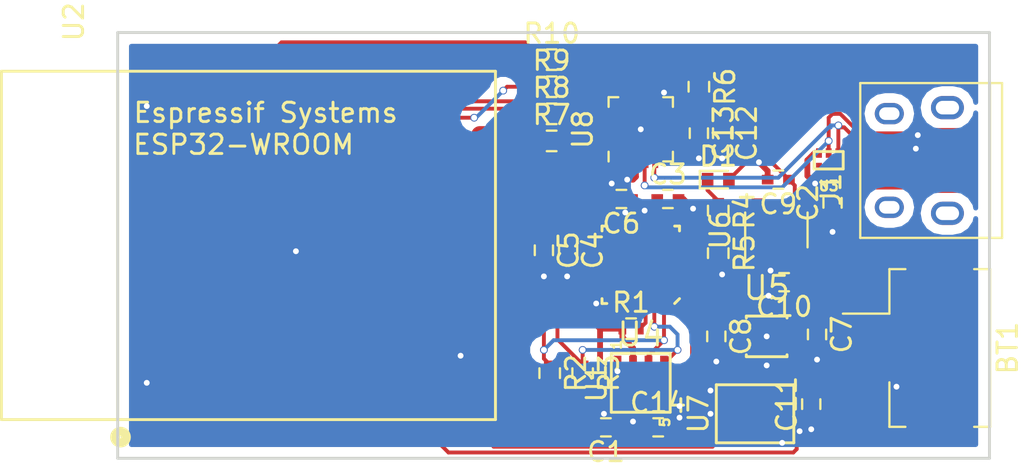
<source format=kicad_pcb>
(kicad_pcb (version 4) (host pcbnew 4.0.6)

  (general
    (links 100)
    (no_connects 0)
    (area 91.651 101.343 148.595 129.204762)
    (thickness 1.6)
    (drawings 4)
    (tracks 350)
    (zones 0)
    (modules 35)
    (nets 26)
  )

  (page A4)
  (layers
    (0 F.Cu signal)
    (31 B.Cu signal hide)
    (32 B.Adhes user)
    (33 F.Adhes user)
    (34 B.Paste user)
    (35 F.Paste user)
    (36 B.SilkS user)
    (37 F.SilkS user)
    (38 B.Mask user)
    (39 F.Mask user)
    (40 Dwgs.User user)
    (41 Cmts.User user)
    (42 Eco1.User user)
    (43 Eco2.User user)
    (44 Edge.Cuts user)
    (45 Margin user)
    (46 B.CrtYd user)
    (47 F.CrtYd user)
    (48 B.Fab user)
    (49 F.Fab user hide)
  )

  (setup
    (last_trace_width 0.2)
    (trace_clearance 0.1)
    (zone_clearance 0.508)
    (zone_45_only no)
    (trace_min 0.2)
    (segment_width 0.2)
    (edge_width 0.15)
    (via_size 0.4)
    (via_drill 0.3)
    (via_min_size 0.4)
    (via_min_drill 0.3)
    (uvia_size 0.3)
    (uvia_drill 0.1)
    (uvias_allowed no)
    (uvia_min_size 0.2)
    (uvia_min_drill 0.1)
    (pcb_text_width 0.3)
    (pcb_text_size 1.5 1.5)
    (mod_edge_width 0.15)
    (mod_text_size 1 1)
    (mod_text_width 0.15)
    (pad_size 1.8 1.8)
    (pad_drill 0)
    (pad_to_mask_clearance 0.2)
    (aux_axis_origin 0 0)
    (visible_elements 7FFCFFFF)
    (pcbplotparams
      (layerselection 0x00030_80000001)
      (usegerberextensions false)
      (excludeedgelayer true)
      (linewidth 0.100000)
      (plotframeref false)
      (viasonmask false)
      (mode 1)
      (useauxorigin false)
      (hpglpennumber 1)
      (hpglpenspeed 20)
      (hpglpendiameter 15)
      (hpglpenoverlay 2)
      (psnegative false)
      (psa4output false)
      (plotreference true)
      (plotvalue true)
      (plotinvisibletext false)
      (padsonsilk false)
      (subtractmaskfromsilk false)
      (outputformat 1)
      (mirror false)
      (drillshape 1)
      (scaleselection 1)
      (outputdirectory ""))
  )

  (net 0 "")
  (net 1 GND)
  (net 2 +3V3)
  (net 3 /CTS)
  (net 4 /RTS)
  (net 5 /SDA)
  (net 6 /SCL)
  (net 7 /MCLK)
  (net 8 /MDATA)
  (net 9 "Net-(D1-Pad1)")
  (net 10 "Net-(R1-Pad2)")
  (net 11 "Net-(R4-Pad2)")
  (net 12 /AINT)
  (net 13 "Net-(R5-Pad1)")
  (net 14 +Vbat)
  (net 15 +Vusb)
  (net 16 "Net-(C6-Pad1)")
  (net 17 /D-)
  (net 18 /D+)
  (net 19 "Net-(R6-Pad2)")
  (net 20 /TXD)
  (net 21 /RXD)
  (net 22 "Net-(R8-Pad2)")
  (net 23 "Net-(R10-Pad2)")
  (net 24 "Net-(R9-Pad2)")
  (net 25 "Net-(R7-Pad2)")

  (net_class Default "This is the default net class."
    (clearance 0.1)
    (trace_width 0.2)
    (via_dia 0.4)
    (via_drill 0.3)
    (uvia_dia 0.3)
    (uvia_drill 0.1)
    (add_net +Vusb)
    (add_net /AINT)
    (add_net /CTS)
    (add_net /D+)
    (add_net /D-)
    (add_net /MCLK)
    (add_net /MDATA)
    (add_net /RTS)
    (add_net /RXD)
    (add_net /SCL)
    (add_net /SDA)
    (add_net /TXD)
    (add_net "Net-(C6-Pad1)")
    (add_net "Net-(D1-Pad1)")
    (add_net "Net-(R1-Pad2)")
    (add_net "Net-(R10-Pad2)")
    (add_net "Net-(R4-Pad2)")
    (add_net "Net-(R5-Pad1)")
    (add_net "Net-(R6-Pad2)")
    (add_net "Net-(R7-Pad2)")
    (add_net "Net-(R8-Pad2)")
    (add_net "Net-(R9-Pad2)")
  )

  (net_class Vdd ""
    (clearance 0.1)
    (trace_width 0.3)
    (via_dia 0.4)
    (via_drill 0.3)
    (uvia_dia 0.3)
    (uvia_drill 0.1)
    (add_net +3V3)
    (add_net +Vbat)
    (add_net GND)
  )

  (module LEDs:LED_0402 (layer F.Cu) (tedit 57FE9357) (tstamp 5A3AD0D3)
    (at 131 110.6)
    (descr "LED 0402 smd package")
    (tags "LED led 0402 SMD smd SMT smt smdled SMDLED smtled SMTLED")
    (path /5A335ADD)
    (attr smd)
    (fp_text reference D1 (at 0 -1.2) (layer F.SilkS)
      (effects (font (size 1 1) (thickness 0.15)))
    )
    (fp_text value LED (at 0 1.4) (layer F.Fab)
      (effects (font (size 1 1) (thickness 0.15)))
    )
    (fp_line (start -0.95 -0.45) (end -0.95 0.45) (layer F.SilkS) (width 0.12))
    (fp_line (start -0.15 -0.2) (end -0.15 0.2) (layer F.Fab) (width 0.1))
    (fp_line (start -0.15 0) (end 0.15 -0.2) (layer F.Fab) (width 0.1))
    (fp_line (start 0.15 0.2) (end -0.15 0) (layer F.Fab) (width 0.1))
    (fp_line (start 0.15 -0.2) (end 0.15 0.2) (layer F.Fab) (width 0.1))
    (fp_line (start 0.5 0.25) (end -0.5 0.25) (layer F.Fab) (width 0.1))
    (fp_line (start 0.5 -0.25) (end 0.5 0.25) (layer F.Fab) (width 0.1))
    (fp_line (start -0.5 -0.25) (end 0.5 -0.25) (layer F.Fab) (width 0.1))
    (fp_line (start -0.5 0.25) (end -0.5 -0.25) (layer F.Fab) (width 0.1))
    (fp_line (start -0.95 0.45) (end 0.5 0.45) (layer F.SilkS) (width 0.12))
    (fp_line (start -0.95 -0.45) (end 0.5 -0.45) (layer F.SilkS) (width 0.12))
    (fp_line (start 1 -0.5) (end 1 0.5) (layer F.CrtYd) (width 0.05))
    (fp_line (start 1 0.5) (end -1 0.5) (layer F.CrtYd) (width 0.05))
    (fp_line (start -1 0.5) (end -1 -0.5) (layer F.CrtYd) (width 0.05))
    (fp_line (start -1 -0.5) (end 1 -0.5) (layer F.CrtYd) (width 0.05))
    (pad 2 smd rect (at 0.55 0 180) (size 0.6 0.7) (layers F.Cu F.Paste F.Mask)
      (net 15 +Vusb))
    (pad 1 smd rect (at -0.55 0 180) (size 0.6 0.7) (layers F.Cu F.Paste F.Mask)
      (net 9 "Net-(D1-Pad1)"))
    (model ${KISYS3DMOD}/LEDs.3dshapes/LED_0402.wrl
      (at (xyz 0 0 0))
      (scale (xyz 1 1 1))
      (rotate (xyz 0 0 180))
    )
  )

  (module Connectors:USB_Micro-B_10103594-0001LF (layer F.Cu) (tedit 560290CC) (tstamp 5A3AD0E2)
    (at 141.45 109.61 90)
    (descr "Micro USB Type B 10103594-0001LF")
    (tags "USB USB_B USB_micro USB_OTG")
    (path /5A349B5E)
    (attr smd)
    (fp_text reference J1 (at -1.5 -4.62 90) (layer F.SilkS)
      (effects (font (size 1 1) (thickness 0.15)))
    )
    (fp_text value USB_A (at 0 6.17 90) (layer F.Fab)
      (effects (font (size 1 1) (thickness 0.15)))
    )
    (fp_line (start -4.25 -3.4) (end 4.25 -3.4) (layer F.CrtYd) (width 0.05))
    (fp_line (start 4.25 -3.4) (end 4.25 4.45) (layer F.CrtYd) (width 0.05))
    (fp_line (start 4.25 4.45) (end -4.25 4.45) (layer F.CrtYd) (width 0.05))
    (fp_line (start -4.25 4.45) (end -4.25 -3.4) (layer F.CrtYd) (width 0.05))
    (fp_line (start -4 4.2) (end 4 4.2) (layer F.SilkS) (width 0.12))
    (fp_line (start -4 -3.12) (end 4 -3.12) (layer F.SilkS) (width 0.12))
    (fp_line (start 4 -3.12) (end 4 4.2) (layer F.SilkS) (width 0.12))
    (fp_line (start 4 3.58) (end -4 3.58) (layer F.SilkS) (width 0.12))
    (fp_line (start -4 4.2) (end -4 -3.12) (layer F.SilkS) (width 0.12))
    (pad 1 smd rect (at -1.3 -1.5 180) (size 1.65 0.4) (layers F.Cu F.Paste F.Mask)
      (net 15 +Vusb))
    (pad 2 smd rect (at -0.65 -1.5 180) (size 1.65 0.4) (layers F.Cu F.Paste F.Mask)
      (net 17 /D-))
    (pad 3 smd rect (at 0 -1.5 180) (size 1.65 0.4) (layers F.Cu F.Paste F.Mask)
      (net 18 /D+))
    (pad 4 smd rect (at 0.65 -1.5 180) (size 1.65 0.4) (layers F.Cu F.Paste F.Mask)
      (net 1 GND))
    (pad 5 smd rect (at 1.3 -1.5 180) (size 1.65 0.4) (layers F.Cu F.Paste F.Mask)
      (net 1 GND))
    (pad 6 thru_hole oval (at -2.42 -1.62 180) (size 1.5 1.1) (drill oval 1.05 0.65) (layers *.Cu *.Mask))
    (pad 6 thru_hole oval (at 2.42 -1.62 180) (size 1.5 1.1) (drill oval 1.05 0.65) (layers *.Cu *.Mask))
    (pad 6 thru_hole oval (at -2.73 1.38 180) (size 1.7 1.2) (drill oval 1.2 0.7) (layers *.Cu *.Mask))
    (pad 6 thru_hole oval (at 2.73 1.38 180) (size 1.7 1.2) (drill oval 1.2 0.7) (layers *.Cu *.Mask))
    (pad 6 smd rect (at -0.96 1.62 180) (size 2.5 1.43) (layers F.Cu F.Paste F.Mask))
    (pad 6 smd rect (at 0.96 1.62 180) (size 2.5 1.43) (layers F.Cu F.Paste F.Mask))
  )

  (module manfangfp:ICM20689 (layer F.Cu) (tedit 5A3ACAEB) (tstamp 5A3AD1B4)
    (at 127 115 180)
    (path /5A3AF76F)
    (fp_text reference U4 (at 0 -3.6 180) (layer F.SilkS)
      (effects (font (size 1.2 1.2) (thickness 0.15)))
    )
    (fp_text value ICM20689 (at 0 3.6 180) (layer F.Fab)
      (effects (font (size 1.2 1.2) (thickness 0.15)))
    )
    (fp_line (start -2 -1.75) (end -1.75 -2) (layer F.SilkS) (width 0.15))
    (fp_line (start 1.75 -2) (end 2 -2) (layer F.SilkS) (width 0.15))
    (fp_line (start 2 -2) (end 2 -1.75) (layer F.SilkS) (width 0.15))
    (fp_line (start -1.75 2) (end -2 2) (layer F.SilkS) (width 0.15))
    (fp_line (start -2 2) (end -2 1.75) (layer F.SilkS) (width 0.15))
    (fp_line (start 1.75 2) (end 2 2) (layer F.SilkS) (width 0.15))
    (fp_line (start 2 2) (end 2 1.75) (layer F.SilkS) (width 0.15))
    (fp_line (start -2.675 -2.675) (end 2.675 -2.675) (layer F.CrtYd) (width 0.15))
    (fp_line (start 2.675 -2.675) (end 2.675 2.675) (layer F.CrtYd) (width 0.15))
    (fp_line (start 2.675 2.675) (end -2.675 2.675) (layer F.CrtYd) (width 0.15))
    (fp_line (start -2.675 2.675) (end -2.675 -2.675) (layer F.CrtYd) (width 0.15))
    (pad 1 smd oval (at -1.975 -1.25 270) (size 0.35 0.85) (layers F.Cu F.Paste F.Mask))
    (pad 2 smd oval (at -1.975 -0.75 270) (size 0.35 0.85) (layers F.Cu F.Paste F.Mask))
    (pad 3 smd oval (at -1.975 -0.25 270) (size 0.35 0.85) (layers F.Cu F.Paste F.Mask))
    (pad 4 smd oval (at -1.975 0.25 270) (size 0.35 0.85) (layers F.Cu F.Paste F.Mask))
    (pad 5 smd oval (at -1.975 0.75 270) (size 0.35 0.85) (layers F.Cu F.Paste F.Mask))
    (pad 6 smd oval (at -1.975 1.25 270) (size 0.35 0.85) (layers F.Cu F.Paste F.Mask))
    (pad 7 smd oval (at -1.25 1.975 180) (size 0.35 0.85) (layers F.Cu F.Paste F.Mask))
    (pad 8 smd oval (at -0.75 1.975 180) (size 0.35 0.85) (layers F.Cu F.Paste F.Mask)
      (net 2 +3V3))
    (pad 9 smd oval (at -0.25 1.975 180) (size 0.35 0.85) (layers F.Cu F.Paste F.Mask)
      (net 1 GND))
    (pad 10 smd oval (at 0.25 1.975 180) (size 0.35 0.85) (layers F.Cu F.Paste F.Mask)
      (net 16 "Net-(C6-Pad1)"))
    (pad 11 smd oval (at 0.75 1.975 180) (size 0.35 0.85) (layers F.Cu F.Paste F.Mask)
      (net 1 GND))
    (pad 12 smd oval (at 1.25 1.975 180) (size 0.35 0.85) (layers F.Cu F.Paste F.Mask)
      (net 12 /AINT))
    (pad 13 smd oval (at 1.975 1.25 270) (size 0.35 0.85) (layers F.Cu F.Paste F.Mask)
      (net 2 +3V3))
    (pad 14 smd oval (at 1.975 0.75 270) (size 0.35 0.85) (layers F.Cu F.Paste F.Mask))
    (pad 15 smd oval (at 1.975 0.25 270) (size 0.35 0.85) (layers F.Cu F.Paste F.Mask))
    (pad 16 smd oval (at 1.975 -0.25 270) (size 0.35 0.85) (layers F.Cu F.Paste F.Mask))
    (pad 17 smd oval (at 1.975 -0.75 270) (size 0.35 0.85) (layers F.Cu F.Paste F.Mask))
    (pad 18 smd oval (at 1.975 -1.25 270) (size 0.35 0.85) (layers F.Cu F.Paste F.Mask)
      (net 1 GND))
    (pad 19 smd oval (at 1.25 -1.975 180) (size 0.35 0.85) (layers F.Cu F.Paste F.Mask))
    (pad 20 smd oval (at 0.75 -1.975 180) (size 0.35 0.85) (layers F.Cu F.Paste F.Mask))
    (pad 21 smd oval (at 0.25 -1.975 180) (size 0.35 0.85) (layers F.Cu F.Paste F.Mask))
    (pad 22 smd oval (at -0.25 -1.975 180) (size 0.35 0.85) (layers F.Cu F.Paste F.Mask)
      (net 10 "Net-(R1-Pad2)"))
    (pad 23 smd oval (at -0.75 -1.975 180) (size 0.35 0.85) (layers F.Cu F.Paste F.Mask)
      (net 6 /SCL))
    (pad 24 smd oval (at -1.25 -1.975 180) (size 0.35 0.85) (layers F.Cu F.Paste F.Mask)
      (net 5 /SDA))
  )

  (module Connectors_JST:JST_PH_B2B-PH-SM4-TB_02x2.00mm_Straight (layer F.Cu) (tedit 58D40574) (tstamp 5A3AF64B)
    (at 141.31 119.3 270)
    (descr "JST PH series connector, B2B-PH-SM4-TB, top entry type, surface mount, Datasheet: http://www.jst-mfg.com/product/pdf/eng/ePH.pdf")
    (tags "connector jst ph")
    (path /5A330167)
    (attr smd)
    (fp_text reference BT1 (at 0 -4.625 270) (layer F.SilkS)
      (effects (font (size 1 1) (thickness 0.15)))
    )
    (fp_text value Battery_Cell (at 0 4.875 270) (layer F.Fab)
      (effects (font (size 1 1) (thickness 0.15)))
    )
    (fp_line (start -4.075 -2.9) (end -4.075 -3.725) (layer F.SilkS) (width 0.12))
    (fp_line (start -4.075 -3.725) (end 4.075 -3.725) (layer F.SilkS) (width 0.12))
    (fp_line (start 4.075 -3.725) (end 4.075 -2.9) (layer F.SilkS) (width 0.12))
    (fp_line (start -4.075 0.65) (end -4.075 1.475) (layer F.SilkS) (width 0.12))
    (fp_line (start -4.075 1.475) (end -1.775 1.475) (layer F.SilkS) (width 0.12))
    (fp_line (start 4.075 0.65) (end 4.075 1.475) (layer F.SilkS) (width 0.12))
    (fp_line (start 4.075 1.475) (end 1.775 1.475) (layer F.SilkS) (width 0.12))
    (fp_line (start -3.975 -3.625) (end -3.975 1.375) (layer F.Fab) (width 0.1))
    (fp_line (start -3.975 1.375) (end 3.975 1.375) (layer F.Fab) (width 0.1))
    (fp_line (start 3.975 1.375) (end 3.975 -3.625) (layer F.Fab) (width 0.1))
    (fp_line (start 3.975 -3.625) (end -3.975 -3.625) (layer F.Fab) (width 0.1))
    (fp_line (start -1.775 1.475) (end -1.775 3.875) (layer F.SilkS) (width 0.12))
    (fp_line (start -2 1.375) (end -1 0.375) (layer F.Fab) (width 0.1))
    (fp_line (start -1 0.375) (end 0 1.375) (layer F.Fab) (width 0.1))
    (fp_line (start -4.7 -4.13) (end -4.7 4.38) (layer F.CrtYd) (width 0.05))
    (fp_line (start -4.7 4.38) (end 4.7 4.38) (layer F.CrtYd) (width 0.05))
    (fp_line (start 4.7 4.38) (end 4.7 -4.13) (layer F.CrtYd) (width 0.05))
    (fp_line (start 4.7 -4.13) (end -4.7 -4.13) (layer F.CrtYd) (width 0.05))
    (fp_text user %R (at 0 -2.625 270) (layer F.Fab)
      (effects (font (size 1 1) (thickness 0.15)))
    )
    (pad 1 smd rect (at -1 1.125 270) (size 1 5.5) (layers F.Cu F.Paste F.Mask)
      (net 14 +Vbat))
    (pad 2 smd rect (at 1 1.125 270) (size 1 5.5) (layers F.Cu F.Paste F.Mask)
      (net 1 GND))
    (pad "" smd rect (at -3.4 -1.125 270) (size 1.6 3) (layers F.Cu F.Paste F.Mask))
    (pad "" smd rect (at 3.4 -1.125 270) (size 1.6 3) (layers F.Cu F.Paste F.Mask))
    (model ${KISYS3DMOD}/Connectors_JST.3dshapes/JST_PH_B2B-PH-SM4-TB_02x2.00mm_Straight.wrl
      (at (xyz 0 0 0))
      (scale (xyz 1 1 1))
      (rotate (xyz 0 0 0))
    )
  )

  (module Capacitors_SMD:C_0402 (layer F.Cu) (tedit 58AA841A) (tstamp 5A3BF864)
    (at 125.2 123.4 180)
    (descr "Capacitor SMD 0402, reflow soldering, AVX (see smccp.pdf)")
    (tags "capacitor 0402")
    (path /5A387032)
    (attr smd)
    (fp_text reference C1 (at 0 -1.27 180) (layer F.SilkS)
      (effects (font (size 1 1) (thickness 0.15)))
    )
    (fp_text value 0.1uF (at 0 1.27 180) (layer F.Fab)
      (effects (font (size 1 1) (thickness 0.15)))
    )
    (fp_text user %R (at 0 -1.27 180) (layer F.Fab)
      (effects (font (size 1 1) (thickness 0.15)))
    )
    (fp_line (start -0.5 0.25) (end -0.5 -0.25) (layer F.Fab) (width 0.1))
    (fp_line (start 0.5 0.25) (end -0.5 0.25) (layer F.Fab) (width 0.1))
    (fp_line (start 0.5 -0.25) (end 0.5 0.25) (layer F.Fab) (width 0.1))
    (fp_line (start -0.5 -0.25) (end 0.5 -0.25) (layer F.Fab) (width 0.1))
    (fp_line (start 0.25 -0.47) (end -0.25 -0.47) (layer F.SilkS) (width 0.12))
    (fp_line (start -0.25 0.47) (end 0.25 0.47) (layer F.SilkS) (width 0.12))
    (fp_line (start -1 -0.4) (end 1 -0.4) (layer F.CrtYd) (width 0.05))
    (fp_line (start -1 -0.4) (end -1 0.4) (layer F.CrtYd) (width 0.05))
    (fp_line (start 1 0.4) (end 1 -0.4) (layer F.CrtYd) (width 0.05))
    (fp_line (start 1 0.4) (end -1 0.4) (layer F.CrtYd) (width 0.05))
    (pad 1 smd rect (at -0.55 0 180) (size 0.6 0.5) (layers F.Cu F.Paste F.Mask)
      (net 2 +3V3))
    (pad 2 smd rect (at 0.55 0 180) (size 0.6 0.5) (layers F.Cu F.Paste F.Mask)
      (net 1 GND))
    (model Capacitors_SMD.3dshapes/C_0402.wrl
      (at (xyz 0 0 0))
      (scale (xyz 1 1 1))
      (rotate (xyz 0 0 0))
    )
  )

  (module Capacitors_SMD:C_0402 (layer F.Cu) (tedit 58AA841A) (tstamp 5A3BF874)
    (at 136.9 111.8 90)
    (descr "Capacitor SMD 0402, reflow soldering, AVX (see smccp.pdf)")
    (tags "capacitor 0402")
    (path /5A385F1A)
    (attr smd)
    (fp_text reference C2 (at 0 -1.27 90) (layer F.SilkS)
      (effects (font (size 1 1) (thickness 0.15)))
    )
    (fp_text value 0.1uF (at 0 1.27 90) (layer F.Fab)
      (effects (font (size 1 1) (thickness 0.15)))
    )
    (fp_text user %R (at 0 -1.27 90) (layer F.Fab)
      (effects (font (size 1 1) (thickness 0.15)))
    )
    (fp_line (start -0.5 0.25) (end -0.5 -0.25) (layer F.Fab) (width 0.1))
    (fp_line (start 0.5 0.25) (end -0.5 0.25) (layer F.Fab) (width 0.1))
    (fp_line (start 0.5 -0.25) (end 0.5 0.25) (layer F.Fab) (width 0.1))
    (fp_line (start -0.5 -0.25) (end 0.5 -0.25) (layer F.Fab) (width 0.1))
    (fp_line (start 0.25 -0.47) (end -0.25 -0.47) (layer F.SilkS) (width 0.12))
    (fp_line (start -0.25 0.47) (end 0.25 0.47) (layer F.SilkS) (width 0.12))
    (fp_line (start -1 -0.4) (end 1 -0.4) (layer F.CrtYd) (width 0.05))
    (fp_line (start -1 -0.4) (end -1 0.4) (layer F.CrtYd) (width 0.05))
    (fp_line (start 1 0.4) (end 1 -0.4) (layer F.CrtYd) (width 0.05))
    (fp_line (start 1 0.4) (end -1 0.4) (layer F.CrtYd) (width 0.05))
    (pad 1 smd rect (at -0.55 0 90) (size 0.6 0.5) (layers F.Cu F.Paste F.Mask)
      (net 1 GND))
    (pad 2 smd rect (at 0.55 0 90) (size 0.6 0.5) (layers F.Cu F.Paste F.Mask)
      (net 15 +Vusb))
    (model Capacitors_SMD.3dshapes/C_0402.wrl
      (at (xyz 0 0 0))
      (scale (xyz 1 1 1))
      (rotate (xyz 0 0 0))
    )
  )

  (module Capacitors_SMD:C_0402 (layer F.Cu) (tedit 58AA841A) (tstamp 5A3BF884)
    (at 128.4 111.6)
    (descr "Capacitor SMD 0402, reflow soldering, AVX (see smccp.pdf)")
    (tags "capacitor 0402")
    (path /5A3B0D8B)
    (attr smd)
    (fp_text reference C3 (at 0 -1.27) (layer F.SilkS)
      (effects (font (size 1 1) (thickness 0.15)))
    )
    (fp_text value 10nF (at 0 1.27) (layer F.Fab)
      (effects (font (size 1 1) (thickness 0.15)))
    )
    (fp_text user %R (at 0 -1.27) (layer F.Fab)
      (effects (font (size 1 1) (thickness 0.15)))
    )
    (fp_line (start -0.5 0.25) (end -0.5 -0.25) (layer F.Fab) (width 0.1))
    (fp_line (start 0.5 0.25) (end -0.5 0.25) (layer F.Fab) (width 0.1))
    (fp_line (start 0.5 -0.25) (end 0.5 0.25) (layer F.Fab) (width 0.1))
    (fp_line (start -0.5 -0.25) (end 0.5 -0.25) (layer F.Fab) (width 0.1))
    (fp_line (start 0.25 -0.47) (end -0.25 -0.47) (layer F.SilkS) (width 0.12))
    (fp_line (start -0.25 0.47) (end 0.25 0.47) (layer F.SilkS) (width 0.12))
    (fp_line (start -1 -0.4) (end 1 -0.4) (layer F.CrtYd) (width 0.05))
    (fp_line (start -1 -0.4) (end -1 0.4) (layer F.CrtYd) (width 0.05))
    (fp_line (start 1 0.4) (end 1 -0.4) (layer F.CrtYd) (width 0.05))
    (fp_line (start 1 0.4) (end -1 0.4) (layer F.CrtYd) (width 0.05))
    (pad 1 smd rect (at -0.55 0) (size 0.6 0.5) (layers F.Cu F.Paste F.Mask)
      (net 2 +3V3))
    (pad 2 smd rect (at 0.55 0) (size 0.6 0.5) (layers F.Cu F.Paste F.Mask)
      (net 1 GND))
    (model Capacitors_SMD.3dshapes/C_0402.wrl
      (at (xyz 0 0 0))
      (scale (xyz 1 1 1))
      (rotate (xyz 0 0 0))
    )
  )

  (module Capacitors_SMD:C_0402 (layer F.Cu) (tedit 58AA841A) (tstamp 5A3BF894)
    (at 123.25 114.25 270)
    (descr "Capacitor SMD 0402, reflow soldering, AVX (see smccp.pdf)")
    (tags "capacitor 0402")
    (path /5A3B0702)
    (attr smd)
    (fp_text reference C4 (at 0 -1.27 270) (layer F.SilkS)
      (effects (font (size 1 1) (thickness 0.15)))
    )
    (fp_text value 0.1uF (at 0 1.27 270) (layer F.Fab)
      (effects (font (size 1 1) (thickness 0.15)))
    )
    (fp_text user %R (at 0 -1.27 270) (layer F.Fab)
      (effects (font (size 1 1) (thickness 0.15)))
    )
    (fp_line (start -0.5 0.25) (end -0.5 -0.25) (layer F.Fab) (width 0.1))
    (fp_line (start 0.5 0.25) (end -0.5 0.25) (layer F.Fab) (width 0.1))
    (fp_line (start 0.5 -0.25) (end 0.5 0.25) (layer F.Fab) (width 0.1))
    (fp_line (start -0.5 -0.25) (end 0.5 -0.25) (layer F.Fab) (width 0.1))
    (fp_line (start 0.25 -0.47) (end -0.25 -0.47) (layer F.SilkS) (width 0.12))
    (fp_line (start -0.25 0.47) (end 0.25 0.47) (layer F.SilkS) (width 0.12))
    (fp_line (start -1 -0.4) (end 1 -0.4) (layer F.CrtYd) (width 0.05))
    (fp_line (start -1 -0.4) (end -1 0.4) (layer F.CrtYd) (width 0.05))
    (fp_line (start 1 0.4) (end 1 -0.4) (layer F.CrtYd) (width 0.05))
    (fp_line (start 1 0.4) (end -1 0.4) (layer F.CrtYd) (width 0.05))
    (pad 1 smd rect (at -0.55 0 270) (size 0.6 0.5) (layers F.Cu F.Paste F.Mask)
      (net 2 +3V3))
    (pad 2 smd rect (at 0.55 0 270) (size 0.6 0.5) (layers F.Cu F.Paste F.Mask)
      (net 1 GND))
    (model Capacitors_SMD.3dshapes/C_0402.wrl
      (at (xyz 0 0 0))
      (scale (xyz 1 1 1))
      (rotate (xyz 0 0 0))
    )
  )

  (module Capacitors_SMD:C_0402 (layer F.Cu) (tedit 58AA841A) (tstamp 5A3BF8A4)
    (at 122 114.25 270)
    (descr "Capacitor SMD 0402, reflow soldering, AVX (see smccp.pdf)")
    (tags "capacitor 0402")
    (path /5A3B06B9)
    (attr smd)
    (fp_text reference C5 (at 0 -1.27 270) (layer F.SilkS)
      (effects (font (size 1 1) (thickness 0.15)))
    )
    (fp_text value 2.2uF (at 0 1.27 270) (layer F.Fab)
      (effects (font (size 1 1) (thickness 0.15)))
    )
    (fp_text user %R (at 0 -1.27 270) (layer F.Fab)
      (effects (font (size 1 1) (thickness 0.15)))
    )
    (fp_line (start -0.5 0.25) (end -0.5 -0.25) (layer F.Fab) (width 0.1))
    (fp_line (start 0.5 0.25) (end -0.5 0.25) (layer F.Fab) (width 0.1))
    (fp_line (start 0.5 -0.25) (end 0.5 0.25) (layer F.Fab) (width 0.1))
    (fp_line (start -0.5 -0.25) (end 0.5 -0.25) (layer F.Fab) (width 0.1))
    (fp_line (start 0.25 -0.47) (end -0.25 -0.47) (layer F.SilkS) (width 0.12))
    (fp_line (start -0.25 0.47) (end 0.25 0.47) (layer F.SilkS) (width 0.12))
    (fp_line (start -1 -0.4) (end 1 -0.4) (layer F.CrtYd) (width 0.05))
    (fp_line (start -1 -0.4) (end -1 0.4) (layer F.CrtYd) (width 0.05))
    (fp_line (start 1 0.4) (end 1 -0.4) (layer F.CrtYd) (width 0.05))
    (fp_line (start 1 0.4) (end -1 0.4) (layer F.CrtYd) (width 0.05))
    (pad 1 smd rect (at -0.55 0 270) (size 0.6 0.5) (layers F.Cu F.Paste F.Mask)
      (net 2 +3V3))
    (pad 2 smd rect (at 0.55 0 270) (size 0.6 0.5) (layers F.Cu F.Paste F.Mask)
      (net 1 GND))
    (model Capacitors_SMD.3dshapes/C_0402.wrl
      (at (xyz 0 0 0))
      (scale (xyz 1 1 1))
      (rotate (xyz 0 0 0))
    )
  )

  (module Capacitors_SMD:C_0402 (layer F.Cu) (tedit 58AA841A) (tstamp 5A3BF8B4)
    (at 126 111.6 180)
    (descr "Capacitor SMD 0402, reflow soldering, AVX (see smccp.pdf)")
    (tags "capacitor 0402")
    (path /5A3BA413)
    (attr smd)
    (fp_text reference C6 (at 0 -1.27 180) (layer F.SilkS)
      (effects (font (size 1 1) (thickness 0.15)))
    )
    (fp_text value 0.47uF (at 0 1.27 180) (layer F.Fab)
      (effects (font (size 1 1) (thickness 0.15)))
    )
    (fp_text user %R (at 0 -1.27 180) (layer F.Fab)
      (effects (font (size 1 1) (thickness 0.15)))
    )
    (fp_line (start -0.5 0.25) (end -0.5 -0.25) (layer F.Fab) (width 0.1))
    (fp_line (start 0.5 0.25) (end -0.5 0.25) (layer F.Fab) (width 0.1))
    (fp_line (start 0.5 -0.25) (end 0.5 0.25) (layer F.Fab) (width 0.1))
    (fp_line (start -0.5 -0.25) (end 0.5 -0.25) (layer F.Fab) (width 0.1))
    (fp_line (start 0.25 -0.47) (end -0.25 -0.47) (layer F.SilkS) (width 0.12))
    (fp_line (start -0.25 0.47) (end 0.25 0.47) (layer F.SilkS) (width 0.12))
    (fp_line (start -1 -0.4) (end 1 -0.4) (layer F.CrtYd) (width 0.05))
    (fp_line (start -1 -0.4) (end -1 0.4) (layer F.CrtYd) (width 0.05))
    (fp_line (start 1 0.4) (end 1 -0.4) (layer F.CrtYd) (width 0.05))
    (fp_line (start 1 0.4) (end -1 0.4) (layer F.CrtYd) (width 0.05))
    (pad 1 smd rect (at -0.55 0 180) (size 0.6 0.5) (layers F.Cu F.Paste F.Mask)
      (net 16 "Net-(C6-Pad1)"))
    (pad 2 smd rect (at 0.55 0 180) (size 0.6 0.5) (layers F.Cu F.Paste F.Mask)
      (net 1 GND))
    (model Capacitors_SMD.3dshapes/C_0402.wrl
      (at (xyz 0 0 0))
      (scale (xyz 1 1 1))
      (rotate (xyz 0 0 0))
    )
  )

  (module Capacitors_SMD:C_0402 (layer F.Cu) (tedit 58AA841A) (tstamp 5A3BF8C4)
    (at 136.1 118.6 270)
    (descr "Capacitor SMD 0402, reflow soldering, AVX (see smccp.pdf)")
    (tags "capacitor 0402")
    (path /5A34E9F6)
    (attr smd)
    (fp_text reference C7 (at 0 -1.27 270) (layer F.SilkS)
      (effects (font (size 1 1) (thickness 0.15)))
    )
    (fp_text value 1uF (at 0 1.27 270) (layer F.Fab)
      (effects (font (size 1 1) (thickness 0.15)))
    )
    (fp_text user %R (at 0 -1.27 270) (layer F.Fab)
      (effects (font (size 1 1) (thickness 0.15)))
    )
    (fp_line (start -0.5 0.25) (end -0.5 -0.25) (layer F.Fab) (width 0.1))
    (fp_line (start 0.5 0.25) (end -0.5 0.25) (layer F.Fab) (width 0.1))
    (fp_line (start 0.5 -0.25) (end 0.5 0.25) (layer F.Fab) (width 0.1))
    (fp_line (start -0.5 -0.25) (end 0.5 -0.25) (layer F.Fab) (width 0.1))
    (fp_line (start 0.25 -0.47) (end -0.25 -0.47) (layer F.SilkS) (width 0.12))
    (fp_line (start -0.25 0.47) (end 0.25 0.47) (layer F.SilkS) (width 0.12))
    (fp_line (start -1 -0.4) (end 1 -0.4) (layer F.CrtYd) (width 0.05))
    (fp_line (start -1 -0.4) (end -1 0.4) (layer F.CrtYd) (width 0.05))
    (fp_line (start 1 0.4) (end 1 -0.4) (layer F.CrtYd) (width 0.05))
    (fp_line (start 1 0.4) (end -1 0.4) (layer F.CrtYd) (width 0.05))
    (pad 1 smd rect (at -0.55 0 270) (size 0.6 0.5) (layers F.Cu F.Paste F.Mask)
      (net 14 +Vbat))
    (pad 2 smd rect (at 0.55 0 270) (size 0.6 0.5) (layers F.Cu F.Paste F.Mask)
      (net 1 GND))
    (model Capacitors_SMD.3dshapes/C_0402.wrl
      (at (xyz 0 0 0))
      (scale (xyz 1 1 1))
      (rotate (xyz 0 0 0))
    )
  )

  (module Capacitors_SMD:C_0402 (layer F.Cu) (tedit 58AA841A) (tstamp 5A3BF8D4)
    (at 130.9 118.7 270)
    (descr "Capacitor SMD 0402, reflow soldering, AVX (see smccp.pdf)")
    (tags "capacitor 0402")
    (path /5A34EAC6)
    (attr smd)
    (fp_text reference C8 (at 0 -1.27 270) (layer F.SilkS)
      (effects (font (size 1 1) (thickness 0.15)))
    )
    (fp_text value 1uF (at 0 1.27 270) (layer F.Fab)
      (effects (font (size 1 1) (thickness 0.15)))
    )
    (fp_text user %R (at 0 -1.27 270) (layer F.Fab)
      (effects (font (size 1 1) (thickness 0.15)))
    )
    (fp_line (start -0.5 0.25) (end -0.5 -0.25) (layer F.Fab) (width 0.1))
    (fp_line (start 0.5 0.25) (end -0.5 0.25) (layer F.Fab) (width 0.1))
    (fp_line (start 0.5 -0.25) (end 0.5 0.25) (layer F.Fab) (width 0.1))
    (fp_line (start -0.5 -0.25) (end 0.5 -0.25) (layer F.Fab) (width 0.1))
    (fp_line (start 0.25 -0.47) (end -0.25 -0.47) (layer F.SilkS) (width 0.12))
    (fp_line (start -0.25 0.47) (end 0.25 0.47) (layer F.SilkS) (width 0.12))
    (fp_line (start -1 -0.4) (end 1 -0.4) (layer F.CrtYd) (width 0.05))
    (fp_line (start -1 -0.4) (end -1 0.4) (layer F.CrtYd) (width 0.05))
    (fp_line (start 1 0.4) (end 1 -0.4) (layer F.CrtYd) (width 0.05))
    (fp_line (start 1 0.4) (end -1 0.4) (layer F.CrtYd) (width 0.05))
    (pad 1 smd rect (at -0.55 0 270) (size 0.6 0.5) (layers F.Cu F.Paste F.Mask)
      (net 2 +3V3))
    (pad 2 smd rect (at 0.55 0 270) (size 0.6 0.5) (layers F.Cu F.Paste F.Mask)
      (net 1 GND))
    (model Capacitors_SMD.3dshapes/C_0402.wrl
      (at (xyz 0 0 0))
      (scale (xyz 1 1 1))
      (rotate (xyz 0 0 0))
    )
  )

  (module Capacitors_SMD:C_0402 (layer F.Cu) (tedit 58AA841A) (tstamp 5A3BF8E4)
    (at 134.1 110.6 180)
    (descr "Capacitor SMD 0402, reflow soldering, AVX (see smccp.pdf)")
    (tags "capacitor 0402")
    (path /5A335536)
    (attr smd)
    (fp_text reference C9 (at 0 -1.27 180) (layer F.SilkS)
      (effects (font (size 1 1) (thickness 0.15)))
    )
    (fp_text value 4.7uF (at 0 1.27 180) (layer F.Fab)
      (effects (font (size 1 1) (thickness 0.15)))
    )
    (fp_text user %R (at 0 -1.27 180) (layer F.Fab)
      (effects (font (size 1 1) (thickness 0.15)))
    )
    (fp_line (start -0.5 0.25) (end -0.5 -0.25) (layer F.Fab) (width 0.1))
    (fp_line (start 0.5 0.25) (end -0.5 0.25) (layer F.Fab) (width 0.1))
    (fp_line (start 0.5 -0.25) (end 0.5 0.25) (layer F.Fab) (width 0.1))
    (fp_line (start -0.5 -0.25) (end 0.5 -0.25) (layer F.Fab) (width 0.1))
    (fp_line (start 0.25 -0.47) (end -0.25 -0.47) (layer F.SilkS) (width 0.12))
    (fp_line (start -0.25 0.47) (end 0.25 0.47) (layer F.SilkS) (width 0.12))
    (fp_line (start -1 -0.4) (end 1 -0.4) (layer F.CrtYd) (width 0.05))
    (fp_line (start -1 -0.4) (end -1 0.4) (layer F.CrtYd) (width 0.05))
    (fp_line (start 1 0.4) (end 1 -0.4) (layer F.CrtYd) (width 0.05))
    (fp_line (start 1 0.4) (end -1 0.4) (layer F.CrtYd) (width 0.05))
    (pad 1 smd rect (at -0.55 0 180) (size 0.6 0.5) (layers F.Cu F.Paste F.Mask)
      (net 15 +Vusb))
    (pad 2 smd rect (at 0.55 0 180) (size 0.6 0.5) (layers F.Cu F.Paste F.Mask)
      (net 1 GND))
    (model Capacitors_SMD.3dshapes/C_0402.wrl
      (at (xyz 0 0 0))
      (scale (xyz 1 1 1))
      (rotate (xyz 0 0 0))
    )
  )

  (module Capacitors_SMD:C_0402 (layer F.Cu) (tedit 58AA841A) (tstamp 5A3BF8F4)
    (at 134.4 115.9 180)
    (descr "Capacitor SMD 0402, reflow soldering, AVX (see smccp.pdf)")
    (tags "capacitor 0402")
    (path /5A34151C)
    (attr smd)
    (fp_text reference C10 (at 0 -1.27 180) (layer F.SilkS)
      (effects (font (size 1 1) (thickness 0.15)))
    )
    (fp_text value 4.7uF (at 0 1.27 180) (layer F.Fab)
      (effects (font (size 1 1) (thickness 0.15)))
    )
    (fp_text user %R (at 0 -1.27 180) (layer F.Fab)
      (effects (font (size 1 1) (thickness 0.15)))
    )
    (fp_line (start -0.5 0.25) (end -0.5 -0.25) (layer F.Fab) (width 0.1))
    (fp_line (start 0.5 0.25) (end -0.5 0.25) (layer F.Fab) (width 0.1))
    (fp_line (start 0.5 -0.25) (end 0.5 0.25) (layer F.Fab) (width 0.1))
    (fp_line (start -0.5 -0.25) (end 0.5 -0.25) (layer F.Fab) (width 0.1))
    (fp_line (start 0.25 -0.47) (end -0.25 -0.47) (layer F.SilkS) (width 0.12))
    (fp_line (start -0.25 0.47) (end 0.25 0.47) (layer F.SilkS) (width 0.12))
    (fp_line (start -1 -0.4) (end 1 -0.4) (layer F.CrtYd) (width 0.05))
    (fp_line (start -1 -0.4) (end -1 0.4) (layer F.CrtYd) (width 0.05))
    (fp_line (start 1 0.4) (end 1 -0.4) (layer F.CrtYd) (width 0.05))
    (fp_line (start 1 0.4) (end -1 0.4) (layer F.CrtYd) (width 0.05))
    (pad 1 smd rect (at -0.55 0 180) (size 0.6 0.5) (layers F.Cu F.Paste F.Mask)
      (net 14 +Vbat))
    (pad 2 smd rect (at 0.55 0 180) (size 0.6 0.5) (layers F.Cu F.Paste F.Mask)
      (net 1 GND))
    (model Capacitors_SMD.3dshapes/C_0402.wrl
      (at (xyz 0 0 0))
      (scale (xyz 1 1 1))
      (rotate (xyz 0 0 0))
    )
  )

  (module Capacitors_SMD:C_0402 (layer F.Cu) (tedit 58AA841A) (tstamp 5A3BF904)
    (at 135.8 122.2 90)
    (descr "Capacitor SMD 0402, reflow soldering, AVX (see smccp.pdf)")
    (tags "capacitor 0402")
    (path /5A370CD1)
    (attr smd)
    (fp_text reference C11 (at 0 -1.27 90) (layer F.SilkS)
      (effects (font (size 1 1) (thickness 0.15)))
    )
    (fp_text value 0.1uF (at 0 1.27 90) (layer F.Fab)
      (effects (font (size 1 1) (thickness 0.15)))
    )
    (fp_text user %R (at 0 -1.27 90) (layer F.Fab)
      (effects (font (size 1 1) (thickness 0.15)))
    )
    (fp_line (start -0.5 0.25) (end -0.5 -0.25) (layer F.Fab) (width 0.1))
    (fp_line (start 0.5 0.25) (end -0.5 0.25) (layer F.Fab) (width 0.1))
    (fp_line (start 0.5 -0.25) (end 0.5 0.25) (layer F.Fab) (width 0.1))
    (fp_line (start -0.5 -0.25) (end 0.5 -0.25) (layer F.Fab) (width 0.1))
    (fp_line (start 0.25 -0.47) (end -0.25 -0.47) (layer F.SilkS) (width 0.12))
    (fp_line (start -0.25 0.47) (end 0.25 0.47) (layer F.SilkS) (width 0.12))
    (fp_line (start -1 -0.4) (end 1 -0.4) (layer F.CrtYd) (width 0.05))
    (fp_line (start -1 -0.4) (end -1 0.4) (layer F.CrtYd) (width 0.05))
    (fp_line (start 1 0.4) (end 1 -0.4) (layer F.CrtYd) (width 0.05))
    (fp_line (start 1 0.4) (end -1 0.4) (layer F.CrtYd) (width 0.05))
    (pad 1 smd rect (at -0.55 0 90) (size 0.6 0.5) (layers F.Cu F.Paste F.Mask)
      (net 1 GND))
    (pad 2 smd rect (at 0.55 0 90) (size 0.6 0.5) (layers F.Cu F.Paste F.Mask)
      (net 2 +3V3))
    (model Capacitors_SMD.3dshapes/C_0402.wrl
      (at (xyz 0 0 0))
      (scale (xyz 1 1 1))
      (rotate (xyz 0 0 0))
    )
  )

  (module Capacitors_SMD:C_0402 (layer F.Cu) (tedit 58AA841A) (tstamp 5A3BF914)
    (at 131.2 108.2 270)
    (descr "Capacitor SMD 0402, reflow soldering, AVX (see smccp.pdf)")
    (tags "capacitor 0402")
    (path /5A34CA16)
    (attr smd)
    (fp_text reference C12 (at 0 -1.27 270) (layer F.SilkS)
      (effects (font (size 1 1) (thickness 0.15)))
    )
    (fp_text value 4.7uF (at 0 1.27 270) (layer F.Fab)
      (effects (font (size 1 1) (thickness 0.15)))
    )
    (fp_text user %R (at 0 -1.27 270) (layer F.Fab)
      (effects (font (size 1 1) (thickness 0.15)))
    )
    (fp_line (start -0.5 0.25) (end -0.5 -0.25) (layer F.Fab) (width 0.1))
    (fp_line (start 0.5 0.25) (end -0.5 0.25) (layer F.Fab) (width 0.1))
    (fp_line (start 0.5 -0.25) (end 0.5 0.25) (layer F.Fab) (width 0.1))
    (fp_line (start -0.5 -0.25) (end 0.5 -0.25) (layer F.Fab) (width 0.1))
    (fp_line (start 0.25 -0.47) (end -0.25 -0.47) (layer F.SilkS) (width 0.12))
    (fp_line (start -0.25 0.47) (end 0.25 0.47) (layer F.SilkS) (width 0.12))
    (fp_line (start -1 -0.4) (end 1 -0.4) (layer F.CrtYd) (width 0.05))
    (fp_line (start -1 -0.4) (end -1 0.4) (layer F.CrtYd) (width 0.05))
    (fp_line (start 1 0.4) (end 1 -0.4) (layer F.CrtYd) (width 0.05))
    (fp_line (start 1 0.4) (end -1 0.4) (layer F.CrtYd) (width 0.05))
    (pad 1 smd rect (at -0.55 0 270) (size 0.6 0.5) (layers F.Cu F.Paste F.Mask)
      (net 15 +Vusb))
    (pad 2 smd rect (at 0.55 0 270) (size 0.6 0.5) (layers F.Cu F.Paste F.Mask)
      (net 1 GND))
    (model Capacitors_SMD.3dshapes/C_0402.wrl
      (at (xyz 0 0 0))
      (scale (xyz 1 1 1))
      (rotate (xyz 0 0 0))
    )
  )

  (module Capacitors_SMD:C_0402 (layer F.Cu) (tedit 58AA841A) (tstamp 5A3BF924)
    (at 130 108.2 270)
    (descr "Capacitor SMD 0402, reflow soldering, AVX (see smccp.pdf)")
    (tags "capacitor 0402")
    (path /5A34CA71)
    (attr smd)
    (fp_text reference C13 (at 0 -1.27 270) (layer F.SilkS)
      (effects (font (size 1 1) (thickness 0.15)))
    )
    (fp_text value 0.1uF (at 0 1.27 270) (layer F.Fab)
      (effects (font (size 1 1) (thickness 0.15)))
    )
    (fp_text user %R (at 0 -1.27 270) (layer F.Fab)
      (effects (font (size 1 1) (thickness 0.15)))
    )
    (fp_line (start -0.5 0.25) (end -0.5 -0.25) (layer F.Fab) (width 0.1))
    (fp_line (start 0.5 0.25) (end -0.5 0.25) (layer F.Fab) (width 0.1))
    (fp_line (start 0.5 -0.25) (end 0.5 0.25) (layer F.Fab) (width 0.1))
    (fp_line (start -0.5 -0.25) (end 0.5 -0.25) (layer F.Fab) (width 0.1))
    (fp_line (start 0.25 -0.47) (end -0.25 -0.47) (layer F.SilkS) (width 0.12))
    (fp_line (start -0.25 0.47) (end 0.25 0.47) (layer F.SilkS) (width 0.12))
    (fp_line (start -1 -0.4) (end 1 -0.4) (layer F.CrtYd) (width 0.05))
    (fp_line (start -1 -0.4) (end -1 0.4) (layer F.CrtYd) (width 0.05))
    (fp_line (start 1 0.4) (end 1 -0.4) (layer F.CrtYd) (width 0.05))
    (fp_line (start 1 0.4) (end -1 0.4) (layer F.CrtYd) (width 0.05))
    (pad 1 smd rect (at -0.55 0 270) (size 0.6 0.5) (layers F.Cu F.Paste F.Mask)
      (net 15 +Vusb))
    (pad 2 smd rect (at 0.55 0 270) (size 0.6 0.5) (layers F.Cu F.Paste F.Mask)
      (net 1 GND))
    (model Capacitors_SMD.3dshapes/C_0402.wrl
      (at (xyz 0 0 0))
      (scale (xyz 1 1 1))
      (rotate (xyz 0 0 0))
    )
  )

  (module Resistors_SMD:R_0402 (layer F.Cu) (tedit 58E0A804) (tstamp 5A3BF934)
    (at 126.5 118.3)
    (descr "Resistor SMD 0402, reflow soldering, Vishay (see dcrcw.pdf)")
    (tags "resistor 0402")
    (path /5A3BC6F9)
    (attr smd)
    (fp_text reference R1 (at 0 -1.35) (layer F.SilkS)
      (effects (font (size 1 1) (thickness 0.15)))
    )
    (fp_text value 10k (at 0 1.45) (layer F.Fab)
      (effects (font (size 1 1) (thickness 0.15)))
    )
    (fp_text user %R (at 0 -1.35) (layer F.Fab)
      (effects (font (size 1 1) (thickness 0.15)))
    )
    (fp_line (start -0.5 0.25) (end -0.5 -0.25) (layer F.Fab) (width 0.1))
    (fp_line (start 0.5 0.25) (end -0.5 0.25) (layer F.Fab) (width 0.1))
    (fp_line (start 0.5 -0.25) (end 0.5 0.25) (layer F.Fab) (width 0.1))
    (fp_line (start -0.5 -0.25) (end 0.5 -0.25) (layer F.Fab) (width 0.1))
    (fp_line (start 0.25 -0.53) (end -0.25 -0.53) (layer F.SilkS) (width 0.12))
    (fp_line (start -0.25 0.53) (end 0.25 0.53) (layer F.SilkS) (width 0.12))
    (fp_line (start -0.8 -0.45) (end 0.8 -0.45) (layer F.CrtYd) (width 0.05))
    (fp_line (start -0.8 -0.45) (end -0.8 0.45) (layer F.CrtYd) (width 0.05))
    (fp_line (start 0.8 0.45) (end 0.8 -0.45) (layer F.CrtYd) (width 0.05))
    (fp_line (start 0.8 0.45) (end -0.8 0.45) (layer F.CrtYd) (width 0.05))
    (pad 1 smd rect (at -0.45 0) (size 0.4 0.6) (layers F.Cu F.Paste F.Mask)
      (net 2 +3V3))
    (pad 2 smd rect (at 0.45 0) (size 0.4 0.6) (layers F.Cu F.Paste F.Mask)
      (net 10 "Net-(R1-Pad2)"))
    (model ${KISYS3DMOD}/Resistors_SMD.3dshapes/R_0402.wrl
      (at (xyz 0 0 0))
      (scale (xyz 1 1 1))
      (rotate (xyz 0 0 0))
    )
  )

  (module Resistors_SMD:R_0402 (layer F.Cu) (tedit 58E0A804) (tstamp 5A3BF944)
    (at 122.3 120.6 270)
    (descr "Resistor SMD 0402, reflow soldering, Vishay (see dcrcw.pdf)")
    (tags "resistor 0402")
    (path /5A384417)
    (attr smd)
    (fp_text reference R2 (at 0 -1.35 270) (layer F.SilkS)
      (effects (font (size 1 1) (thickness 0.15)))
    )
    (fp_text value 10k (at 0 1.45 270) (layer F.Fab)
      (effects (font (size 1 1) (thickness 0.15)))
    )
    (fp_text user %R (at 0 -1.35 270) (layer F.Fab)
      (effects (font (size 1 1) (thickness 0.15)))
    )
    (fp_line (start -0.5 0.25) (end -0.5 -0.25) (layer F.Fab) (width 0.1))
    (fp_line (start 0.5 0.25) (end -0.5 0.25) (layer F.Fab) (width 0.1))
    (fp_line (start 0.5 -0.25) (end 0.5 0.25) (layer F.Fab) (width 0.1))
    (fp_line (start -0.5 -0.25) (end 0.5 -0.25) (layer F.Fab) (width 0.1))
    (fp_line (start 0.25 -0.53) (end -0.25 -0.53) (layer F.SilkS) (width 0.12))
    (fp_line (start -0.25 0.53) (end 0.25 0.53) (layer F.SilkS) (width 0.12))
    (fp_line (start -0.8 -0.45) (end 0.8 -0.45) (layer F.CrtYd) (width 0.05))
    (fp_line (start -0.8 -0.45) (end -0.8 0.45) (layer F.CrtYd) (width 0.05))
    (fp_line (start 0.8 0.45) (end 0.8 -0.45) (layer F.CrtYd) (width 0.05))
    (fp_line (start 0.8 0.45) (end -0.8 0.45) (layer F.CrtYd) (width 0.05))
    (pad 1 smd rect (at -0.45 0 270) (size 0.4 0.6) (layers F.Cu F.Paste F.Mask)
      (net 5 /SDA))
    (pad 2 smd rect (at 0.45 0 270) (size 0.4 0.6) (layers F.Cu F.Paste F.Mask)
      (net 2 +3V3))
    (model ${KISYS3DMOD}/Resistors_SMD.3dshapes/R_0402.wrl
      (at (xyz 0 0 0))
      (scale (xyz 1 1 1))
      (rotate (xyz 0 0 0))
    )
  )

  (module Resistors_SMD:R_0402 (layer F.Cu) (tedit 58E0A804) (tstamp 5A3BF954)
    (at 124 120.6 270)
    (descr "Resistor SMD 0402, reflow soldering, Vishay (see dcrcw.pdf)")
    (tags "resistor 0402")
    (path /5A384472)
    (attr smd)
    (fp_text reference R3 (at 0 -1.35 270) (layer F.SilkS)
      (effects (font (size 1 1) (thickness 0.15)))
    )
    (fp_text value 10k (at 0 1.45 270) (layer F.Fab)
      (effects (font (size 1 1) (thickness 0.15)))
    )
    (fp_text user %R (at 0 -1.35 270) (layer F.Fab)
      (effects (font (size 1 1) (thickness 0.15)))
    )
    (fp_line (start -0.5 0.25) (end -0.5 -0.25) (layer F.Fab) (width 0.1))
    (fp_line (start 0.5 0.25) (end -0.5 0.25) (layer F.Fab) (width 0.1))
    (fp_line (start 0.5 -0.25) (end 0.5 0.25) (layer F.Fab) (width 0.1))
    (fp_line (start -0.5 -0.25) (end 0.5 -0.25) (layer F.Fab) (width 0.1))
    (fp_line (start 0.25 -0.53) (end -0.25 -0.53) (layer F.SilkS) (width 0.12))
    (fp_line (start -0.25 0.53) (end 0.25 0.53) (layer F.SilkS) (width 0.12))
    (fp_line (start -0.8 -0.45) (end 0.8 -0.45) (layer F.CrtYd) (width 0.05))
    (fp_line (start -0.8 -0.45) (end -0.8 0.45) (layer F.CrtYd) (width 0.05))
    (fp_line (start 0.8 0.45) (end 0.8 -0.45) (layer F.CrtYd) (width 0.05))
    (fp_line (start 0.8 0.45) (end -0.8 0.45) (layer F.CrtYd) (width 0.05))
    (pad 1 smd rect (at -0.45 0 270) (size 0.4 0.6) (layers F.Cu F.Paste F.Mask)
      (net 6 /SCL))
    (pad 2 smd rect (at 0.45 0 270) (size 0.4 0.6) (layers F.Cu F.Paste F.Mask)
      (net 2 +3V3))
    (model ${KISYS3DMOD}/Resistors_SMD.3dshapes/R_0402.wrl
      (at (xyz 0 0 0))
      (scale (xyz 1 1 1))
      (rotate (xyz 0 0 0))
    )
  )

  (module Resistors_SMD:R_0402 (layer F.Cu) (tedit 58E0A804) (tstamp 5A3BF964)
    (at 131 112.2 270)
    (descr "Resistor SMD 0402, reflow soldering, Vishay (see dcrcw.pdf)")
    (tags "resistor 0402")
    (path /5A335AAE)
    (attr smd)
    (fp_text reference R4 (at 0 -1.35 270) (layer F.SilkS)
      (effects (font (size 1 1) (thickness 0.15)))
    )
    (fp_text value 470 (at 0 1.45 270) (layer F.Fab)
      (effects (font (size 1 1) (thickness 0.15)))
    )
    (fp_text user %R (at 0 -1.35 270) (layer F.Fab)
      (effects (font (size 1 1) (thickness 0.15)))
    )
    (fp_line (start -0.5 0.25) (end -0.5 -0.25) (layer F.Fab) (width 0.1))
    (fp_line (start 0.5 0.25) (end -0.5 0.25) (layer F.Fab) (width 0.1))
    (fp_line (start 0.5 -0.25) (end 0.5 0.25) (layer F.Fab) (width 0.1))
    (fp_line (start -0.5 -0.25) (end 0.5 -0.25) (layer F.Fab) (width 0.1))
    (fp_line (start 0.25 -0.53) (end -0.25 -0.53) (layer F.SilkS) (width 0.12))
    (fp_line (start -0.25 0.53) (end 0.25 0.53) (layer F.SilkS) (width 0.12))
    (fp_line (start -0.8 -0.45) (end 0.8 -0.45) (layer F.CrtYd) (width 0.05))
    (fp_line (start -0.8 -0.45) (end -0.8 0.45) (layer F.CrtYd) (width 0.05))
    (fp_line (start 0.8 0.45) (end 0.8 -0.45) (layer F.CrtYd) (width 0.05))
    (fp_line (start 0.8 0.45) (end -0.8 0.45) (layer F.CrtYd) (width 0.05))
    (pad 1 smd rect (at -0.45 0 270) (size 0.4 0.6) (layers F.Cu F.Paste F.Mask)
      (net 9 "Net-(D1-Pad1)"))
    (pad 2 smd rect (at 0.45 0 270) (size 0.4 0.6) (layers F.Cu F.Paste F.Mask)
      (net 11 "Net-(R4-Pad2)"))
    (model ${KISYS3DMOD}/Resistors_SMD.3dshapes/R_0402.wrl
      (at (xyz 0 0 0))
      (scale (xyz 1 1 1))
      (rotate (xyz 0 0 0))
    )
  )

  (module Resistors_SMD:R_0402 (layer F.Cu) (tedit 58E0A804) (tstamp 5A3BF974)
    (at 131 114.4 270)
    (descr "Resistor SMD 0402, reflow soldering, Vishay (see dcrcw.pdf)")
    (tags "resistor 0402")
    (path /5A335789)
    (attr smd)
    (fp_text reference R5 (at 0 -1.35 270) (layer F.SilkS)
      (effects (font (size 1 1) (thickness 0.15)))
    )
    (fp_text value 5.6k (at 0 1.45 270) (layer F.Fab)
      (effects (font (size 1 1) (thickness 0.15)))
    )
    (fp_text user %R (at 0 -1.35 270) (layer F.Fab)
      (effects (font (size 1 1) (thickness 0.15)))
    )
    (fp_line (start -0.5 0.25) (end -0.5 -0.25) (layer F.Fab) (width 0.1))
    (fp_line (start 0.5 0.25) (end -0.5 0.25) (layer F.Fab) (width 0.1))
    (fp_line (start 0.5 -0.25) (end 0.5 0.25) (layer F.Fab) (width 0.1))
    (fp_line (start -0.5 -0.25) (end 0.5 -0.25) (layer F.Fab) (width 0.1))
    (fp_line (start 0.25 -0.53) (end -0.25 -0.53) (layer F.SilkS) (width 0.12))
    (fp_line (start -0.25 0.53) (end 0.25 0.53) (layer F.SilkS) (width 0.12))
    (fp_line (start -0.8 -0.45) (end 0.8 -0.45) (layer F.CrtYd) (width 0.05))
    (fp_line (start -0.8 -0.45) (end -0.8 0.45) (layer F.CrtYd) (width 0.05))
    (fp_line (start 0.8 0.45) (end 0.8 -0.45) (layer F.CrtYd) (width 0.05))
    (fp_line (start 0.8 0.45) (end -0.8 0.45) (layer F.CrtYd) (width 0.05))
    (pad 1 smd rect (at -0.45 0 270) (size 0.4 0.6) (layers F.Cu F.Paste F.Mask)
      (net 13 "Net-(R5-Pad1)"))
    (pad 2 smd rect (at 0.45 0 270) (size 0.4 0.6) (layers F.Cu F.Paste F.Mask)
      (net 1 GND))
    (model ${KISYS3DMOD}/Resistors_SMD.3dshapes/R_0402.wrl
      (at (xyz 0 0 0))
      (scale (xyz 1 1 1))
      (rotate (xyz 0 0 0))
    )
  )

  (module Resistors_SMD:R_0402 (layer F.Cu) (tedit 58E0A804) (tstamp 5A3BF984)
    (at 130 105.8 270)
    (descr "Resistor SMD 0402, reflow soldering, Vishay (see dcrcw.pdf)")
    (tags "resistor 0402")
    (path /5A358C92)
    (attr smd)
    (fp_text reference R6 (at 0 -1.35 270) (layer F.SilkS)
      (effects (font (size 1 1) (thickness 0.15)))
    )
    (fp_text value 10k (at 0 1.45 270) (layer F.Fab)
      (effects (font (size 1 1) (thickness 0.15)))
    )
    (fp_text user %R (at 0 -1.35 270) (layer F.Fab)
      (effects (font (size 1 1) (thickness 0.15)))
    )
    (fp_line (start -0.5 0.25) (end -0.5 -0.25) (layer F.Fab) (width 0.1))
    (fp_line (start 0.5 0.25) (end -0.5 0.25) (layer F.Fab) (width 0.1))
    (fp_line (start 0.5 -0.25) (end 0.5 0.25) (layer F.Fab) (width 0.1))
    (fp_line (start -0.5 -0.25) (end 0.5 -0.25) (layer F.Fab) (width 0.1))
    (fp_line (start 0.25 -0.53) (end -0.25 -0.53) (layer F.SilkS) (width 0.12))
    (fp_line (start -0.25 0.53) (end 0.25 0.53) (layer F.SilkS) (width 0.12))
    (fp_line (start -0.8 -0.45) (end 0.8 -0.45) (layer F.CrtYd) (width 0.05))
    (fp_line (start -0.8 -0.45) (end -0.8 0.45) (layer F.CrtYd) (width 0.05))
    (fp_line (start 0.8 0.45) (end 0.8 -0.45) (layer F.CrtYd) (width 0.05))
    (fp_line (start 0.8 0.45) (end -0.8 0.45) (layer F.CrtYd) (width 0.05))
    (pad 1 smd rect (at -0.45 0 270) (size 0.4 0.6) (layers F.Cu F.Paste F.Mask)
      (net 15 +Vusb))
    (pad 2 smd rect (at 0.45 0 270) (size 0.4 0.6) (layers F.Cu F.Paste F.Mask)
      (net 19 "Net-(R6-Pad2)"))
    (model ${KISYS3DMOD}/Resistors_SMD.3dshapes/R_0402.wrl
      (at (xyz 0 0 0))
      (scale (xyz 1 1 1))
      (rotate (xyz 0 0 0))
    )
  )

  (module Resistors_SMD:R_0402 (layer F.Cu) (tedit 58E0A804) (tstamp 5A3C0A0C)
    (at 122.4 108.6)
    (descr "Resistor SMD 0402, reflow soldering, Vishay (see dcrcw.pdf)")
    (tags "resistor 0402")
    (path /5A3E021E)
    (attr smd)
    (fp_text reference R7 (at 0 -1.35) (layer F.SilkS)
      (effects (font (size 1 1) (thickness 0.15)))
    )
    (fp_text value 0 (at 0 1.45) (layer F.Fab)
      (effects (font (size 1 1) (thickness 0.15)))
    )
    (fp_text user %R (at 0 -1.35) (layer F.Fab)
      (effects (font (size 1 1) (thickness 0.15)))
    )
    (fp_line (start -0.5 0.25) (end -0.5 -0.25) (layer F.Fab) (width 0.1))
    (fp_line (start 0.5 0.25) (end -0.5 0.25) (layer F.Fab) (width 0.1))
    (fp_line (start 0.5 -0.25) (end 0.5 0.25) (layer F.Fab) (width 0.1))
    (fp_line (start -0.5 -0.25) (end 0.5 -0.25) (layer F.Fab) (width 0.1))
    (fp_line (start 0.25 -0.53) (end -0.25 -0.53) (layer F.SilkS) (width 0.12))
    (fp_line (start -0.25 0.53) (end 0.25 0.53) (layer F.SilkS) (width 0.12))
    (fp_line (start -0.8 -0.45) (end 0.8 -0.45) (layer F.CrtYd) (width 0.05))
    (fp_line (start -0.8 -0.45) (end -0.8 0.45) (layer F.CrtYd) (width 0.05))
    (fp_line (start 0.8 0.45) (end 0.8 -0.45) (layer F.CrtYd) (width 0.05))
    (fp_line (start 0.8 0.45) (end -0.8 0.45) (layer F.CrtYd) (width 0.05))
    (pad 1 smd rect (at -0.45 0) (size 0.4 0.6) (layers F.Cu F.Paste F.Mask)
      (net 20 /TXD))
    (pad 2 smd rect (at 0.45 0) (size 0.4 0.6) (layers F.Cu F.Paste F.Mask)
      (net 25 "Net-(R7-Pad2)"))
    (model ${KISYS3DMOD}/Resistors_SMD.3dshapes/R_0402.wrl
      (at (xyz 0 0 0))
      (scale (xyz 1 1 1))
      (rotate (xyz 0 0 0))
    )
  )

  (module Resistors_SMD:R_0402 (layer F.Cu) (tedit 58E0A804) (tstamp 5A3C0A1D)
    (at 122.4 107.2)
    (descr "Resistor SMD 0402, reflow soldering, Vishay (see dcrcw.pdf)")
    (tags "resistor 0402")
    (path /5A3E0277)
    (attr smd)
    (fp_text reference R8 (at 0 -1.35) (layer F.SilkS)
      (effects (font (size 1 1) (thickness 0.15)))
    )
    (fp_text value 0 (at 0 1.45) (layer F.Fab)
      (effects (font (size 1 1) (thickness 0.15)))
    )
    (fp_text user %R (at 0 -1.35) (layer F.Fab)
      (effects (font (size 1 1) (thickness 0.15)))
    )
    (fp_line (start -0.5 0.25) (end -0.5 -0.25) (layer F.Fab) (width 0.1))
    (fp_line (start 0.5 0.25) (end -0.5 0.25) (layer F.Fab) (width 0.1))
    (fp_line (start 0.5 -0.25) (end 0.5 0.25) (layer F.Fab) (width 0.1))
    (fp_line (start -0.5 -0.25) (end 0.5 -0.25) (layer F.Fab) (width 0.1))
    (fp_line (start 0.25 -0.53) (end -0.25 -0.53) (layer F.SilkS) (width 0.12))
    (fp_line (start -0.25 0.53) (end 0.25 0.53) (layer F.SilkS) (width 0.12))
    (fp_line (start -0.8 -0.45) (end 0.8 -0.45) (layer F.CrtYd) (width 0.05))
    (fp_line (start -0.8 -0.45) (end -0.8 0.45) (layer F.CrtYd) (width 0.05))
    (fp_line (start 0.8 0.45) (end 0.8 -0.45) (layer F.CrtYd) (width 0.05))
    (fp_line (start 0.8 0.45) (end -0.8 0.45) (layer F.CrtYd) (width 0.05))
    (pad 1 smd rect (at -0.45 0) (size 0.4 0.6) (layers F.Cu F.Paste F.Mask)
      (net 21 /RXD))
    (pad 2 smd rect (at 0.45 0) (size 0.4 0.6) (layers F.Cu F.Paste F.Mask)
      (net 22 "Net-(R8-Pad2)"))
    (model ${KISYS3DMOD}/Resistors_SMD.3dshapes/R_0402.wrl
      (at (xyz 0 0 0))
      (scale (xyz 1 1 1))
      (rotate (xyz 0 0 0))
    )
  )

  (module manfangfp:BME680 (layer F.Cu) (tedit 5A35E28D) (tstamp 5A3C0A1E)
    (at 127 121.1 90)
    (path /5A332E6C)
    (fp_text reference U1 (at 0 -2.28 90) (layer F.SilkS)
      (effects (font (size 1 1) (thickness 0.15)))
    )
    (fp_text value BME680 (at 0 2.34 90) (layer F.Fab)
      (effects (font (size 1 1) (thickness 0.15)))
    )
    (fp_text user 5 (at -2.04 1.25 90) (layer F.SilkS)
      (effects (font (size 0.5 0.5) (thickness 0.125)))
    )
    (fp_text user 1 (at 1.96 -1.25 90) (layer F.SilkS)
      (effects (font (size 0.5 0.5) (thickness 0.125)))
    )
    (fp_line (start -1.52 -1.52) (end -1.52 1.52) (layer F.SilkS) (width 0.15))
    (fp_line (start -1.52 1.52) (end 1.52 1.52) (layer F.SilkS) (width 0.15))
    (fp_line (start 1.52 -1.52) (end 1.52 1.52) (layer F.SilkS) (width 0.15))
    (fp_line (start -1.52 -1.52) (end 1.52 -1.52) (layer F.SilkS) (width 0.15))
    (pad 8 smd rect (at -1.2 -1.2 90) (size 0.4 0.4) (layers F.Cu F.Paste F.Mask)
      (net 2 +3V3))
    (pad 7 smd rect (at -1.2 -0.4 90) (size 0.4 0.4) (layers F.Cu F.Paste F.Mask)
      (net 1 GND))
    (pad 6 smd rect (at -1.2 0.4 90) (size 0.4 0.4) (layers F.Cu F.Paste F.Mask)
      (net 2 +3V3))
    (pad 5 smd rect (at -1.2 1.2 90) (size 0.4 0.4) (layers F.Cu F.Paste F.Mask)
      (net 1 GND))
    (pad 1 smd rect (at 1.2 -1.2 90) (size 0.4 0.4) (layers F.Cu F.Paste F.Mask)
      (net 1 GND))
    (pad 2 smd rect (at 1.2 -0.4 90) (size 0.4 0.4) (layers F.Cu F.Paste F.Mask)
      (net 2 +3V3))
    (pad 3 smd rect (at 1.2 0.4 90) (size 0.4 0.4) (layers F.Cu F.Paste F.Mask)
      (net 5 /SDA))
    (pad 4 smd rect (at 1.2 1.2 90) (size 0.4 0.4) (layers F.Cu F.Paste F.Mask)
      (net 6 /SCL))
  )

  (module manfangfp:ESP32-WROOM (layer F.Cu) (tedit 57D08EA8) (tstamp 5A3C0A2F)
    (at 106.75 114 270)
    (path /5A330009)
    (fp_text reference U2 (at -11.557 9.017 270) (layer F.SilkS)
      (effects (font (size 1 1) (thickness 0.15)))
    )
    (fp_text value ESP32-WROOM (at 5.715 14.224 270) (layer F.Fab)
      (effects (font (size 1 1) (thickness 0.15)))
    )
    (fp_text user "Espressif Systems" (at -6.858 -0.889 360) (layer F.SilkS)
      (effects (font (size 1 1) (thickness 0.15)))
    )
    (fp_circle (center 9.906 6.604) (end 10.033 6.858) (layer F.SilkS) (width 0.5))
    (fp_text user ESP32-WROOM (at -5.207 0.254 360) (layer F.SilkS)
      (effects (font (size 1 1) (thickness 0.15)))
    )
    (fp_line (start -9 6.75) (end 9 6.75) (layer F.SilkS) (width 0.15))
    (fp_line (start 9 12.75) (end 9 -12.75) (layer F.SilkS) (width 0.15))
    (fp_line (start -9 12.75) (end -9 -12.75) (layer F.SilkS) (width 0.15))
    (fp_line (start -9 -12.75) (end 9 -12.75) (layer F.SilkS) (width 0.15))
    (fp_line (start -9 12.75) (end 9 12.75) (layer F.SilkS) (width 0.15))
    (pad 38 smd oval (at -9 5.25 270) (size 2.5 0.9) (layers F.Cu F.Paste F.Mask)
      (net 1 GND))
    (pad 37 smd oval (at -9 3.98 270) (size 2.5 0.9) (layers F.Cu F.Paste F.Mask))
    (pad 36 smd oval (at -9 2.71 270) (size 2.5 0.9) (layers F.Cu F.Paste F.Mask)
      (net 4 /RTS))
    (pad 35 smd oval (at -9 1.44 270) (size 2.5 0.9) (layers F.Cu F.Paste F.Mask)
      (net 20 /TXD))
    (pad 34 smd oval (at -9 0.17 270) (size 2.5 0.9) (layers F.Cu F.Paste F.Mask)
      (net 21 /RXD))
    (pad 33 smd oval (at -9 -1.1 270) (size 2.5 0.9) (layers F.Cu F.Paste F.Mask)
      (net 3 /CTS))
    (pad 32 smd oval (at -9 -2.37 270) (size 2.5 0.9) (layers F.Cu F.Paste F.Mask))
    (pad 31 smd oval (at -9 -3.64 270) (size 2.5 0.9) (layers F.Cu F.Paste F.Mask))
    (pad 30 smd oval (at -9 -4.91 270) (size 2.5 0.9) (layers F.Cu F.Paste F.Mask))
    (pad 29 smd oval (at -9 -6.18 270) (size 2.5 0.9) (layers F.Cu F.Paste F.Mask))
    (pad 28 smd oval (at -9 -7.45 270) (size 2.5 0.9) (layers F.Cu F.Paste F.Mask))
    (pad 27 smd oval (at -9 -8.72 270) (size 2.5 0.9) (layers F.Cu F.Paste F.Mask))
    (pad 26 smd oval (at -9 -9.99 270) (size 2.5 0.9) (layers F.Cu F.Paste F.Mask))
    (pad 25 smd oval (at -9 -11.26 270) (size 2.5 0.9) (layers F.Cu F.Paste F.Mask))
    (pad 24 smd oval (at -5.715 -12.75 270) (size 0.9 2.5) (layers F.Cu F.Paste F.Mask))
    (pad 23 smd oval (at -4.445 -12.75 270) (size 0.9 2.5) (layers F.Cu F.Paste F.Mask))
    (pad 22 smd oval (at -3.175 -12.75 270) (size 0.9 2.5) (layers F.Cu F.Paste F.Mask)
      (net 12 /AINT))
    (pad 21 smd oval (at -1.905 -12.75 270) (size 0.9 2.5) (layers F.Cu F.Paste F.Mask))
    (pad 20 smd oval (at -0.635 -12.75 270) (size 0.9 2.5) (layers F.Cu F.Paste F.Mask))
    (pad 19 smd oval (at 0.635 -12.75 270) (size 0.9 2.5) (layers F.Cu F.Paste F.Mask)
      (net 6 /SCL))
    (pad 18 smd oval (at 1.905 -12.75 270) (size 0.9 2.5) (layers F.Cu F.Paste F.Mask)
      (net 5 /SDA))
    (pad 17 smd oval (at 3.175 -12.75 270) (size 0.9 2.5) (layers F.Cu F.Paste F.Mask))
    (pad 16 smd oval (at 4.445 -12.75 270) (size 0.9 2.5) (layers F.Cu F.Paste F.Mask))
    (pad 15 smd oval (at 5.715 -12.75 270) (size 0.9 2.5) (layers F.Cu F.Paste F.Mask)
      (net 1 GND))
    (pad 14 smd oval (at 9 -11.26 270) (size 2.5 0.9) (layers F.Cu F.Paste F.Mask)
      (net 7 /MCLK))
    (pad 13 smd oval (at 9 -9.99 270) (size 2.5 0.9) (layers F.Cu F.Paste F.Mask)
      (net 8 /MDATA))
    (pad 12 smd oval (at 9 -8.72 270) (size 2.5 0.9) (layers F.Cu F.Paste F.Mask))
    (pad 11 smd oval (at 9 -7.45 270) (size 2.5 0.9) (layers F.Cu F.Paste F.Mask))
    (pad 10 smd oval (at 9 -6.18 270) (size 2.5 0.9) (layers F.Cu F.Paste F.Mask))
    (pad 9 smd oval (at 9 -4.91 270) (size 2.5 0.9) (layers F.Cu F.Paste F.Mask))
    (pad 8 smd oval (at 9 -3.64 270) (size 2.5 0.9) (layers F.Cu F.Paste F.Mask))
    (pad 7 smd oval (at 9 -2.37 270) (size 2.5 0.9) (layers F.Cu F.Paste F.Mask))
    (pad 6 smd oval (at 9 -1.1 270) (size 2.5 0.9) (layers F.Cu F.Paste F.Mask))
    (pad 5 smd oval (at 9 0.17 270) (size 2.5 0.9) (layers F.Cu F.Paste F.Mask))
    (pad 4 smd oval (at 9 1.44 270) (size 2.5 0.9) (layers F.Cu F.Paste F.Mask))
    (pad 3 smd oval (at 9 2.71 270) (size 2.5 0.9) (layers F.Cu F.Paste F.Mask)
      (net 2 +3V3))
    (pad 2 smd oval (at 9 3.98 270) (size 2.5 0.9) (layers F.Cu F.Paste F.Mask)
      (net 2 +3V3))
    (pad 1 smd oval (at 9 5.25 270) (size 2.5 0.9) (layers F.Cu F.Paste F.Mask)
      (net 1 GND))
    (pad 39 smd rect (at 0.3 -2.45 270) (size 6 6) (layers F.Cu F.Paste F.Mask)
      (net 1 GND))
  )

  (module manfangfp:TPD3E001_USON_1.45mmx1mm (layer F.Cu) (tedit 5A386A79) (tstamp 5A3C0A61)
    (at 136.7 109.6 180)
    (path /5A385B00)
    (fp_text reference U3 (at 0 -1.33 180) (layer F.SilkS)
      (effects (font (size 0.5 0.5) (thickness 0.125)))
    )
    (fp_text value TPD3E001 (at 0 1.3 180) (layer F.Fab)
      (effects (font (size 0.5 0.5) (thickness 0.125)))
    )
    (fp_line (start -0.75 0.45) (end 0.75 0.45) (layer F.SilkS) (width 0.15))
    (fp_line (start -0.75 -0.45) (end 0.75 -0.45) (layer F.SilkS) (width 0.15))
    (fp_line (start -0.75 -0.45) (end -0.75 0.45) (layer F.SilkS) (width 0.15))
    (fp_line (start 0.75 -0.45) (end 0.75 0.45) (layer F.SilkS) (width 0.15))
    (pad 6 smd rect (at -0.5 -0.375 180) (size 0.3 0.49) (layers F.Cu F.Paste F.Mask)
      (net 15 +Vusb))
    (pad 1 smd rect (at -0.5 0.375 180) (size 0.3 0.49) (layers F.Cu F.Paste F.Mask)
      (net 17 /D-))
    (pad 5 smd rect (at 0 -0.375 180) (size 0.3 0.49) (layers F.Cu F.Paste F.Mask))
    (pad 2 smd rect (at 0 0.375 180) (size 0.3 0.49) (layers F.Cu F.Paste F.Mask)
      (net 18 /D+))
    (pad 4 smd rect (at 0.5 -0.375 180) (size 0.3 0.49) (layers F.Cu F.Paste F.Mask))
    (pad 3 smd rect (at 0.5 0.375 180) (size 0.3 0.49) (layers F.Cu F.Paste F.Mask)
      (net 1 GND))
  )

  (module manfangfp:WSON-6_2x2mm_Pitch0.65mm (layer F.Cu) (tedit 5A3C4B44) (tstamp 5A3C0A6E)
    (at 133.5 118.7)
    (path /5A344FA0)
    (fp_text reference U5 (at 0 -2.5 180) (layer F.SilkS)
      (effects (font (size 1.2 1.2) (thickness 0.15)))
    )
    (fp_text value LP5912 (at 0 2.5) (layer F.Fab)
      (effects (font (size 1.2 1.2) (thickness 0.15)))
    )
    (fp_line (start 1.05 1.05) (end 1.05 0.95) (layer F.SilkS) (width 0.15))
    (fp_line (start -1.05 1.05) (end -1.05 0.95) (layer F.SilkS) (width 0.15))
    (fp_line (start -1.05 -1.05) (end -1.05 -0.95) (layer F.SilkS) (width 0.15))
    (fp_line (start 1.05 -1.05) (end 1.05 -0.95) (layer F.SilkS) (width 0.15))
    (fp_line (start -0.3 -0.9) (end 0.7 -0.9) (layer F.Fab) (width 0.15))
    (fp_line (start -0.7 -0.5) (end -0.3 -0.9) (layer F.Fab) (width 0.15))
    (fp_line (start -0.7 0.9) (end -0.7 -0.5) (layer F.Fab) (width 0.15))
    (fp_line (start 0.7 0.9) (end -0.7 0.9) (layer F.Fab) (width 0.15))
    (fp_line (start 0.7 -0.9) (end 0.7 0.9) (layer F.Fab) (width 0.15))
    (fp_line (start 1.75 -1.25) (end -1.75 -1.25) (layer F.CrtYd) (width 0.15))
    (fp_line (start 1.75 1.25) (end 1.75 -1.25) (layer F.CrtYd) (width 0.15))
    (fp_line (start -1.75 1.25) (end 1.75 1.25) (layer F.CrtYd) (width 0.15))
    (fp_line (start -1.75 -1.25) (end -1.75 1.25) (layer F.CrtYd) (width 0.15))
    (fp_line (start 1.05 -1.05) (end -1.05 -1.05) (layer F.SilkS) (width 0.15))
    (fp_line (start -1.05 1.05) (end 1.05 1.05) (layer F.SilkS) (width 0.15))
    (pad 6 smd rect (at 1.05 -0.65 270) (size 0.3 0.7) (layers F.Cu F.Paste F.Mask)
      (net 14 +Vbat))
    (pad 1 smd rect (at -1.05 -0.65 270) (size 0.3 0.7) (layers F.Cu F.Paste F.Mask)
      (net 2 +3V3))
    (pad 5 smd rect (at 1.05 0 270) (size 0.3 0.7) (layers F.Cu F.Paste F.Mask)
      (net 1 GND))
    (pad 2 smd rect (at -1.05 0 270) (size 0.3 0.7) (layers F.Cu F.Paste F.Mask))
    (pad 4 smd rect (at 1.05 0.65 270) (size 0.3 0.7) (layers F.Cu F.Paste F.Mask)
      (net 14 +Vbat))
    (pad 3 smd rect (at -1.05 0.65 270) (size 0.3 0.7) (layers F.Cu F.Paste F.Mask))
    (pad 7 smd rect (at 0 0 270) (size 1.6 1) (layers F.Cu F.Paste F.Mask)
      (net 1 GND))
  )

  (module manfangfp:SOT-23-5 (layer F.Cu) (tedit 58CE4E7E) (tstamp 5A3C0A87)
    (at 134 113.2 90)
    (descr "5-pin SOT23 package")
    (tags SOT-23-5)
    (path /5A332EBD)
    (attr smd)
    (fp_text reference U6 (at 0 -2.9 90) (layer F.SilkS)
      (effects (font (size 1 1) (thickness 0.15)))
    )
    (fp_text value MCP73831 (at 0 2.9 90) (layer F.Fab)
      (effects (font (size 1 1) (thickness 0.15)))
    )
    (fp_text user %R (at 0 0 180) (layer F.Fab)
      (effects (font (size 0.5 0.5) (thickness 0.075)))
    )
    (fp_line (start -0.9 1.61) (end 0.9 1.61) (layer F.SilkS) (width 0.12))
    (fp_line (start 0.9 -1.61) (end -1.55 -1.61) (layer F.SilkS) (width 0.12))
    (fp_line (start -1.9 -1.8) (end 1.9 -1.8) (layer F.CrtYd) (width 0.05))
    (fp_line (start 1.9 -1.8) (end 1.9 1.8) (layer F.CrtYd) (width 0.05))
    (fp_line (start 1.9 1.8) (end -1.9 1.8) (layer F.CrtYd) (width 0.05))
    (fp_line (start -1.9 1.8) (end -1.9 -1.8) (layer F.CrtYd) (width 0.05))
    (fp_line (start -0.9 -0.9) (end -0.25 -1.55) (layer F.Fab) (width 0.1))
    (fp_line (start 0.9 -1.55) (end -0.25 -1.55) (layer F.Fab) (width 0.1))
    (fp_line (start -0.9 -0.9) (end -0.9 1.55) (layer F.Fab) (width 0.1))
    (fp_line (start 0.9 1.55) (end -0.9 1.55) (layer F.Fab) (width 0.1))
    (fp_line (start 0.9 -1.55) (end 0.9 1.55) (layer F.Fab) (width 0.1))
    (pad 1 smd rect (at -1.1 -0.95 90) (size 1.06 0.65) (layers F.Cu F.Paste F.Mask)
      (net 11 "Net-(R4-Pad2)"))
    (pad 2 smd rect (at -1.1 0 90) (size 1.06 0.65) (layers F.Cu F.Paste F.Mask)
      (net 1 GND))
    (pad 3 smd rect (at -1.1 0.95 90) (size 1.06 0.65) (layers F.Cu F.Paste F.Mask)
      (net 14 +Vbat))
    (pad 4 smd rect (at 1.1 0.95 90) (size 1.06 0.65) (layers F.Cu F.Paste F.Mask)
      (net 15 +Vusb))
    (pad 5 smd rect (at 1.1 -0.95 90) (size 1.06 0.65) (layers F.Cu F.Paste F.Mask)
      (net 13 "Net-(R5-Pad1)"))
    (model ${KISYS3DMOD}/TO_SOT_Packages_SMD.3dshapes/SOT-23-5.wrl
      (at (xyz 0 0 0))
      (scale (xyz 1 1 1))
      (rotate (xyz 0 0 0))
    )
  )

  (module manfangfp:SPK0838HT4H (layer F.Cu) (tedit 5A381687) (tstamp 5A3C0A9B)
    (at 132.9 122.7 90)
    (path /5A36F7D8)
    (fp_text reference U7 (at 0 -2.925 90) (layer F.SilkS)
      (effects (font (size 1 1) (thickness 0.15)))
    )
    (fp_text value SPK0838HT4H-B (at 0 2.95 90) (layer F.Fab)
      (effects (font (size 1 1) (thickness 0.15)))
    )
    (fp_line (start 1.5 -2) (end 1.5 2) (layer F.SilkS) (width 0.15))
    (fp_line (start 1.5 2) (end -1.5 2) (layer F.SilkS) (width 0.15))
    (fp_line (start -1.5 2) (end -1.5 -2) (layer F.SilkS) (width 0.15))
    (fp_line (start -1.5 -2) (end 1.5 -2) (layer F.SilkS) (width 0.15))
    (pad 7 smd rect (at 0 -1.725 90) (size 1.3 0.35) (layers F.Cu F.Paste F.Mask)
      (net 1 GND))
    (pad 4 smd rect (at -0.425 0.675 90) (size 0.45 0.95) (layers F.Cu F.Paste F.Mask)
      (net 8 /MDATA))
    (pad 1 smd rect (at 0.425 0.675 90) (size 0.45 0.95) (layers F.Cu F.Paste F.Mask)
      (net 2 +3V3))
    (pad 2 smd rect (at 0.425 -0.675 90) (size 0.45 0.95) (layers F.Cu F.Paste F.Mask))
    (pad 8 smd rect (at -1.225 0 90) (size 0.35 2.3) (layers F.Cu F.Paste F.Mask)
      (net 1 GND))
    (pad 6 smd rect (at 1.225 0 90) (size 0.35 2.3) (layers F.Cu F.Paste F.Mask)
      (net 1 GND))
    (pad 3 smd rect (at -0.425 -0.675 90) (size 0.45 0.95) (layers F.Cu F.Paste F.Mask)
      (net 7 /MCLK))
    (pad 5 smd rect (at 0 1.725 90) (size 1.3 0.35) (layers F.Cu F.Paste F.Mask)
      (net 1 GND))
  )

  (module Housings_DFN_QFN:SiliconLabs_QFN-20-1EP_3x3mm_Pitch0.5mm (layer F.Cu) (tedit 5A3C4C6D) (tstamp 5A3C0AAA)
    (at 127 108 90)
    (descr "20-Lead Plastic Quad Flat, No Lead Package - 3x3 mm Body [QFN] with corner pads; see figure 8.2 of https://www.silabs.com/documents/public/data-sheets/efm8bb1-datasheet.pdf")
    (tags "QFN 0.5")
    (path /5A34C5B8)
    (attr smd)
    (fp_text reference U8 (at 0 -3 90) (layer F.SilkS)
      (effects (font (size 1 1) (thickness 0.15)))
    )
    (fp_text value CP2102N (at 0 3 90) (layer F.Fab)
      (effects (font (size 1 1) (thickness 0.15)))
    )
    (fp_line (start 1.5 1.5) (end -1.5 1.5) (layer F.Fab) (width 0.1))
    (fp_line (start -1.5 1.5) (end -1.5 -0.5) (layer F.Fab) (width 0.1))
    (fp_line (start -1.5 -0.5) (end -0.5 -1.5) (layer F.Fab) (width 0.1))
    (fp_line (start -0.5 -1.5) (end 1.5 -1.5) (layer F.Fab) (width 0.1))
    (fp_line (start 1.5 -1.5) (end 1.5 1.5) (layer F.Fab) (width 0.1))
    (fp_line (start -2.25 -2.25) (end -2.25 2.25) (layer F.CrtYd) (width 0.05))
    (fp_line (start -2.25 2.25) (end 2.25 2.25) (layer F.CrtYd) (width 0.05))
    (fp_line (start 2.25 2.25) (end 2.25 -2.25) (layer F.CrtYd) (width 0.05))
    (fp_line (start 2.25 -2.25) (end -2.25 -2.25) (layer F.CrtYd) (width 0.05))
    (fp_line (start 1.16 -1.66) (end 1.66 -1.66) (layer F.SilkS) (width 0.12))
    (fp_line (start 1.66 -1.66) (end 1.66 -1.16) (layer F.SilkS) (width 0.12))
    (fp_line (start -1.16 1.66) (end -1.66 1.66) (layer F.SilkS) (width 0.12))
    (fp_line (start -1.66 1.66) (end -1.66 1.16) (layer F.SilkS) (width 0.12))
    (fp_line (start 1.16 1.66) (end 1.66 1.66) (layer F.SilkS) (width 0.12))
    (fp_line (start 1.66 1.66) (end 1.66 1.16) (layer F.SilkS) (width 0.12))
    (fp_line (start -1.66 -1.66) (end -1.16 -1.66) (layer F.SilkS) (width 0.12))
    (fp_text user %R (at 0 0 90) (layer F.Fab)
      (effects (font (size 0.65 0.65) (thickness 0.125)))
    )
    (pad 1 smd rect (at -1.25 -1.25 90) (size 0.3 0.3) (layers F.Cu F.Paste F.Mask))
    (pad 2 smd rect (at -1.55 -0.75 90) (size 0.9 0.3) (layers F.Cu F.Paste F.Mask))
    (pad 3 smd rect (at -1.55 -0.25 90) (size 0.9 0.3) (layers F.Cu F.Paste F.Mask)
      (net 1 GND))
    (pad 4 smd rect (at -1.55 0.25 90) (size 0.9 0.3) (layers F.Cu F.Paste F.Mask)
      (net 18 /D+))
    (pad 5 smd rect (at -1.55 0.75 90) (size 0.9 0.3) (layers F.Cu F.Paste F.Mask)
      (net 17 /D-))
    (pad 6 smd rect (at -1.25 1.25 90) (size 0.3 0.3) (layers F.Cu F.Paste F.Mask)
      (net 15 +Vusb))
    (pad 7 smd rect (at -0.75 1.55 180) (size 0.9 0.3) (layers F.Cu F.Paste F.Mask)
      (net 15 +Vusb))
    (pad 8 smd rect (at -0.25 1.55 180) (size 0.9 0.3) (layers F.Cu F.Paste F.Mask)
      (net 15 +Vusb))
    (pad 9 smd rect (at 0.25 1.55 180) (size 0.9 0.3) (layers F.Cu F.Paste F.Mask)
      (net 19 "Net-(R6-Pad2)"))
    (pad 10 smd rect (at 0.75 1.55 180) (size 0.9 0.3) (layers F.Cu F.Paste F.Mask))
    (pad 11 smd rect (at 1.25 1.25 90) (size 0.3 0.3) (layers F.Cu F.Paste F.Mask))
    (pad 12 smd rect (at 1.55 0.75 90) (size 0.9 0.3) (layers F.Cu F.Paste F.Mask)
      (net 1 GND))
    (pad 13 smd rect (at 1.55 0.25 90) (size 0.9 0.3) (layers F.Cu F.Paste F.Mask)
      (net 19 "Net-(R6-Pad2)"))
    (pad 14 smd rect (at 1.55 -0.25 90) (size 0.9 0.3) (layers F.Cu F.Paste F.Mask))
    (pad 15 smd rect (at 1.55 -0.75 90) (size 0.9 0.3) (layers F.Cu F.Paste F.Mask)
      (net 23 "Net-(R10-Pad2)"))
    (pad 16 smd rect (at 1.25 -1.25 90) (size 0.3 0.3) (layers F.Cu F.Paste F.Mask)
      (net 24 "Net-(R9-Pad2)"))
    (pad 17 smd rect (at 0.75 -1.55 180) (size 0.9 0.3) (layers F.Cu F.Paste F.Mask)
      (net 22 "Net-(R8-Pad2)"))
    (pad 18 smd rect (at 0.25 -1.55 180) (size 0.9 0.3) (layers F.Cu F.Paste F.Mask)
      (net 25 "Net-(R7-Pad2)"))
    (pad 19 smd rect (at -0.25 -1.55 180) (size 0.9 0.3) (layers F.Cu F.Paste F.Mask))
    (pad 20 smd rect (at -0.75 -1.55 180) (size 0.9 0.3) (layers F.Cu F.Paste F.Mask))
    (pad 21 smd rect (at 0 0 90) (size 1.8 1.8) (layers F.Cu F.Mask)
      (net 1 GND))
    (pad "" smd rect (at -0.45 -0.45 90) (size 0.54 0.54) (layers F.Paste))
    (pad "" smd rect (at -0.45 0.45 90) (size 0.54 0.54) (layers F.Paste))
    (pad "" smd rect (at 0.45 -0.45 90) (size 0.54 0.54) (layers F.Paste))
    (pad "" smd rect (at 0.45 0.45 90) (size 0.54 0.54) (layers F.Paste))
    (model ${KISYS3DMOD}/Housings_DFN_QFN.3dshapes/SiliconLabs_QFN-20-1EP_3x3mm_Pitch0.5mm.wrl
      (at (xyz 0 0 0))
      (scale (xyz 1 1 1))
      (rotate (xyz 0 0 0))
    )
  )

  (module Resistors_SMD:R_0402 (layer F.Cu) (tedit 58E0A804) (tstamp 5A3C0EE7)
    (at 122.4 105.8)
    (descr "Resistor SMD 0402, reflow soldering, Vishay (see dcrcw.pdf)")
    (tags "resistor 0402")
    (path /5A3F14B6)
    (attr smd)
    (fp_text reference R9 (at 0 -1.35) (layer F.SilkS)
      (effects (font (size 1 1) (thickness 0.15)))
    )
    (fp_text value R (at 0 1.45) (layer F.Fab)
      (effects (font (size 1 1) (thickness 0.15)))
    )
    (fp_text user %R (at 0 -1.35) (layer F.Fab)
      (effects (font (size 1 1) (thickness 0.15)))
    )
    (fp_line (start -0.5 0.25) (end -0.5 -0.25) (layer F.Fab) (width 0.1))
    (fp_line (start 0.5 0.25) (end -0.5 0.25) (layer F.Fab) (width 0.1))
    (fp_line (start 0.5 -0.25) (end 0.5 0.25) (layer F.Fab) (width 0.1))
    (fp_line (start -0.5 -0.25) (end 0.5 -0.25) (layer F.Fab) (width 0.1))
    (fp_line (start 0.25 -0.53) (end -0.25 -0.53) (layer F.SilkS) (width 0.12))
    (fp_line (start -0.25 0.53) (end 0.25 0.53) (layer F.SilkS) (width 0.12))
    (fp_line (start -0.8 -0.45) (end 0.8 -0.45) (layer F.CrtYd) (width 0.05))
    (fp_line (start -0.8 -0.45) (end -0.8 0.45) (layer F.CrtYd) (width 0.05))
    (fp_line (start 0.8 0.45) (end 0.8 -0.45) (layer F.CrtYd) (width 0.05))
    (fp_line (start 0.8 0.45) (end -0.8 0.45) (layer F.CrtYd) (width 0.05))
    (pad 1 smd rect (at -0.45 0) (size 0.4 0.6) (layers F.Cu F.Paste F.Mask)
      (net 4 /RTS))
    (pad 2 smd rect (at 0.45 0) (size 0.4 0.6) (layers F.Cu F.Paste F.Mask)
      (net 24 "Net-(R9-Pad2)"))
    (model ${KISYS3DMOD}/Resistors_SMD.3dshapes/R_0402.wrl
      (at (xyz 0 0 0))
      (scale (xyz 1 1 1))
      (rotate (xyz 0 0 0))
    )
  )

  (module Resistors_SMD:R_0402 (layer F.Cu) (tedit 58E0A804) (tstamp 5A3C0EF8)
    (at 122.4 104.4)
    (descr "Resistor SMD 0402, reflow soldering, Vishay (see dcrcw.pdf)")
    (tags "resistor 0402")
    (path /5A3F1513)
    (attr smd)
    (fp_text reference R10 (at 0 -1.35) (layer F.SilkS)
      (effects (font (size 1 1) (thickness 0.15)))
    )
    (fp_text value R (at 0 1.45) (layer F.Fab)
      (effects (font (size 1 1) (thickness 0.15)))
    )
    (fp_text user %R (at 0 -1.35) (layer F.Fab)
      (effects (font (size 1 1) (thickness 0.15)))
    )
    (fp_line (start -0.5 0.25) (end -0.5 -0.25) (layer F.Fab) (width 0.1))
    (fp_line (start 0.5 0.25) (end -0.5 0.25) (layer F.Fab) (width 0.1))
    (fp_line (start 0.5 -0.25) (end 0.5 0.25) (layer F.Fab) (width 0.1))
    (fp_line (start -0.5 -0.25) (end 0.5 -0.25) (layer F.Fab) (width 0.1))
    (fp_line (start 0.25 -0.53) (end -0.25 -0.53) (layer F.SilkS) (width 0.12))
    (fp_line (start -0.25 0.53) (end 0.25 0.53) (layer F.SilkS) (width 0.12))
    (fp_line (start -0.8 -0.45) (end 0.8 -0.45) (layer F.CrtYd) (width 0.05))
    (fp_line (start -0.8 -0.45) (end -0.8 0.45) (layer F.CrtYd) (width 0.05))
    (fp_line (start 0.8 0.45) (end 0.8 -0.45) (layer F.CrtYd) (width 0.05))
    (fp_line (start 0.8 0.45) (end -0.8 0.45) (layer F.CrtYd) (width 0.05))
    (pad 1 smd rect (at -0.45 0) (size 0.4 0.6) (layers F.Cu F.Paste F.Mask)
      (net 3 /CTS))
    (pad 2 smd rect (at 0.45 0) (size 0.4 0.6) (layers F.Cu F.Paste F.Mask)
      (net 23 "Net-(R10-Pad2)"))
    (model ${KISYS3DMOD}/Resistors_SMD.3dshapes/R_0402.wrl
      (at (xyz 0 0 0))
      (scale (xyz 1 1 1))
      (rotate (xyz 0 0 0))
    )
  )

  (module Capacitors_SMD:C_0402 (layer F.Cu) (tedit 58AA841A) (tstamp 5A3C3371)
    (at 127.9 123.4)
    (descr "Capacitor SMD 0402, reflow soldering, AVX (see smccp.pdf)")
    (tags "capacitor 0402")
    (path /5A3C5BFB)
    (attr smd)
    (fp_text reference C14 (at 0 -1.27) (layer F.SilkS)
      (effects (font (size 1 1) (thickness 0.15)))
    )
    (fp_text value 0.1uF (at 0 1.27) (layer F.Fab)
      (effects (font (size 1 1) (thickness 0.15)))
    )
    (fp_text user %R (at 0 -1.27) (layer F.Fab)
      (effects (font (size 1 1) (thickness 0.15)))
    )
    (fp_line (start -0.5 0.25) (end -0.5 -0.25) (layer F.Fab) (width 0.1))
    (fp_line (start 0.5 0.25) (end -0.5 0.25) (layer F.Fab) (width 0.1))
    (fp_line (start 0.5 -0.25) (end 0.5 0.25) (layer F.Fab) (width 0.1))
    (fp_line (start -0.5 -0.25) (end 0.5 -0.25) (layer F.Fab) (width 0.1))
    (fp_line (start 0.25 -0.47) (end -0.25 -0.47) (layer F.SilkS) (width 0.12))
    (fp_line (start -0.25 0.47) (end 0.25 0.47) (layer F.SilkS) (width 0.12))
    (fp_line (start -1 -0.4) (end 1 -0.4) (layer F.CrtYd) (width 0.05))
    (fp_line (start -1 -0.4) (end -1 0.4) (layer F.CrtYd) (width 0.05))
    (fp_line (start 1 0.4) (end 1 -0.4) (layer F.CrtYd) (width 0.05))
    (fp_line (start 1 0.4) (end -1 0.4) (layer F.CrtYd) (width 0.05))
    (pad 1 smd rect (at -0.55 0) (size 0.6 0.5) (layers F.Cu F.Paste F.Mask)
      (net 2 +3V3))
    (pad 2 smd rect (at 0.55 0) (size 0.6 0.5) (layers F.Cu F.Paste F.Mask)
      (net 1 GND))
    (model Capacitors_SMD.3dshapes/C_0402.wrl
      (at (xyz 0 0 0))
      (scale (xyz 1 1 1))
      (rotate (xyz 0 0 0))
    )
  )

  (gr_line (start 145 125) (end 100 125) (angle 90) (layer Edge.Cuts) (width 0.15))
  (gr_line (start 145 103) (end 145 125) (angle 90) (layer Edge.Cuts) (width 0.15))
  (gr_line (start 100 103) (end 145 103) (angle 90) (layer Edge.Cuts) (width 0.15))
  (gr_line (start 100 103) (end 100 125) (angle 90) (layer Edge.Cuts) (width 0.15))

  (via (at 133.5 118.7) (size 0.4) (drill 0.3) (layers F.Cu B.Cu) (net 1))
  (via (at 109.2 114.3) (size 0.4) (drill 0.3) (layers F.Cu B.Cu) (net 1))
  (segment (start 101.5 123) (end 101.5 121.1) (width 0.3) (layer F.Cu) (net 1))
  (via (at 101.5 121.1) (size 0.4) (drill 0.3) (layers F.Cu B.Cu) (net 1))
  (segment (start 101.5 105) (end 101.5 106.8) (width 0.3) (layer F.Cu) (net 1))
  (via (at 101.5 106.8) (size 0.4) (drill 0.3) (layers F.Cu B.Cu) (net 1))
  (segment (start 122 114.8) (end 122 115.6) (width 0.3) (layer F.Cu) (net 1))
  (via (at 122 115.6) (size 0.4) (drill 0.3) (layers F.Cu B.Cu) (net 1))
  (segment (start 123.25 114.8) (end 123.25 115.55) (width 0.3) (layer F.Cu) (net 1))
  (via (at 123.2 115.6) (size 0.4) (drill 0.3) (layers F.Cu B.Cu) (net 1))
  (segment (start 123.25 115.55) (end 123.2 115.6) (width 0.3) (layer F.Cu) (net 1) (tstamp 5A3C4D90))
  (segment (start 125.025 116.25) (end 125.025 116.675) (width 0.3) (layer F.Cu) (net 1))
  (via (at 124.7 117) (size 0.4) (drill 0.3) (layers F.Cu B.Cu) (net 1))
  (segment (start 125.025 116.675) (end 124.7 117) (width 0.3) (layer F.Cu) (net 1) (tstamp 5A3C4D88))
  (segment (start 128.95 111.6) (end 129.2 111.6) (width 0.3) (layer F.Cu) (net 1))
  (segment (start 129.2 111.6) (end 129.7 112.1) (width 0.3) (layer F.Cu) (net 1) (tstamp 5A3C4D6D))
  (via (at 129.7 112.1) (size 0.4) (drill 0.3) (layers F.Cu B.Cu) (net 1))
  (segment (start 131 114.85) (end 131 115.3) (width 0.3) (layer F.Cu) (net 1))
  (via (at 131.2 115.5) (size 0.4) (drill 0.3) (layers F.Cu B.Cu) (net 1))
  (segment (start 131 115.3) (end 131.2 115.5) (width 0.3) (layer F.Cu) (net 1) (tstamp 5A3C4D60))
  (segment (start 133.85 115.9) (end 133.85 116.35) (width 0.3) (layer F.Cu) (net 1))
  (via (at 133.6 116.6) (size 0.4) (drill 0.3) (layers F.Cu B.Cu) (net 1))
  (segment (start 133.85 116.35) (end 133.6 116.6) (width 0.3) (layer F.Cu) (net 1) (tstamp 5A3C4D58))
  (segment (start 134 114.3) (end 134 115) (width 0.3) (layer F.Cu) (net 1))
  (via (at 133.7 115.3) (size 0.4) (drill 0.3) (layers F.Cu B.Cu) (net 1))
  (segment (start 134 115) (end 133.7 115.3) (width 0.3) (layer F.Cu) (net 1) (tstamp 5A3C4D4F))
  (segment (start 136.9 112.35) (end 136.9 113.3) (width 0.3) (layer F.Cu) (net 1))
  (via (at 136.9 113.3) (size 0.4) (drill 0.3) (layers F.Cu B.Cu) (net 1))
  (segment (start 139.95 108.31) (end 141.29 108.31) (width 0.3) (layer F.Cu) (net 1))
  (via (at 141.3 108.3) (size 0.4) (drill 0.3) (layers F.Cu B.Cu) (net 1))
  (segment (start 141.29 108.31) (end 141.3 108.3) (width 0.3) (layer F.Cu) (net 1) (tstamp 5A3C4D34))
  (segment (start 139.95 108.96) (end 141.16 108.96) (width 0.3) (layer F.Cu) (net 1))
  (via (at 141.2 109) (size 0.4) (drill 0.3) (layers F.Cu B.Cu) (net 1))
  (segment (start 141.16 108.96) (end 141.2 109) (width 0.3) (layer F.Cu) (net 1) (tstamp 5A3C4D2B))
  (segment (start 136.2 109.225) (end 135.975 109.225) (width 0.3) (layer F.Cu) (net 1))
  (via (at 136 110.8) (size 0.4) (drill 0.3) (layers F.Cu B.Cu) (net 1))
  (segment (start 135.6 110.4) (end 136 110.8) (width 0.3) (layer F.Cu) (net 1) (tstamp 5A3C4D1B))
  (segment (start 135.6 109.6) (end 135.6 110.4) (width 0.3) (layer F.Cu) (net 1) (tstamp 5A3C4D18))
  (segment (start 135.975 109.225) (end 135.6 109.6) (width 0.3) (layer F.Cu) (net 1) (tstamp 5A3C4D16))
  (segment (start 133.55 110.6) (end 133.55 110.15) (width 0.3) (layer F.Cu) (net 1))
  (via (at 133.1 109.7) (size 0.4) (drill 0.3) (layers F.Cu B.Cu) (net 1))
  (segment (start 133.55 110.15) (end 133.1 109.7) (width 0.3) (layer F.Cu) (net 1) (tstamp 5A3C4D04))
  (segment (start 126.3 110.6) (end 126.6 110.6) (width 0.3) (layer F.Cu) (net 1))
  (segment (start 126.75 110.45) (end 126.6 110.6) (width 0.3) (layer F.Cu) (net 1) (tstamp 5A3C4C50))
  (segment (start 126.75 110.45) (end 126.75 109.55) (width 0.3) (layer F.Cu) (net 1))
  (via (at 126.3 110.6) (size 0.4) (drill 0.3) (layers F.Cu B.Cu) (net 1))
  (segment (start 133.55 110.6) (end 133.55 110.35) (width 0.3) (layer F.Cu) (net 1))
  (segment (start 131.2 108.75) (end 131.2 109.5) (width 0.3) (layer F.Cu) (net 1))
  (via (at 131.2 109.5) (size 0.4) (drill 0.3) (layers F.Cu B.Cu) (net 1))
  (segment (start 130 108.75) (end 130 109.5) (width 0.3) (layer F.Cu) (net 1))
  (via (at 130 109.5) (size 0.4) (drill 0.3) (layers F.Cu B.Cu) (net 1))
  (segment (start 127.75 106.45) (end 127.85 106.45) (width 0.3) (layer F.Cu) (net 1))
  (segment (start 127.85 106.45) (end 128.2 106.1) (width 0.3) (layer F.Cu) (net 1) (tstamp 5A3C4CA6))
  (via (at 128.2 106.1) (size 0.4) (drill 0.3) (layers F.Cu B.Cu) (net 1))
  (segment (start 127 108) (end 127 107.9) (width 0.3) (layer F.Cu) (net 1))
  (segment (start 127 107.9) (end 127.75 107.15) (width 0.3) (layer F.Cu) (net 1) (tstamp 5A3C4CA2))
  (segment (start 127.75 107.15) (end 127.75 106.45) (width 0.3) (layer F.Cu) (net 1) (tstamp 5A3C4CA3))
  (segment (start 126.75 109.55) (end 126.75 108.25) (width 0.3) (layer F.Cu) (net 1))
  (segment (start 126.75 108.25) (end 127 108) (width 0.3) (layer F.Cu) (net 1) (tstamp 5A3C4C9E))
  (via (at 127 108) (size 0.4) (drill 0.3) (layers F.Cu B.Cu) (net 1))
  (segment (start 125.45 111.6) (end 125.45 110.85) (width 0.3) (layer F.Cu) (net 1))
  (via (at 125.5 110.8) (size 0.4) (drill 0.3) (layers F.Cu B.Cu) (net 1))
  (segment (start 125.45 110.85) (end 125.5 110.8) (width 0.3) (layer F.Cu) (net 1) (tstamp 5A3C4C42))
  (segment (start 126.25 113.025) (end 126.25 112.35) (width 0.3) (layer F.Cu) (net 1))
  (via (at 126.2 112.3) (size 0.4) (drill 0.3) (layers F.Cu B.Cu) (net 1))
  (segment (start 126.25 112.35) (end 126.2 112.3) (width 0.3) (layer F.Cu) (net 1) (tstamp 5A3C4C2E))
  (segment (start 127.25 113.025) (end 127.25 112.25) (width 0.3) (layer F.Cu) (net 1))
  (via (at 127.2 112.2) (size 0.4) (drill 0.3) (layers F.Cu B.Cu) (net 1))
  (segment (start 127.25 112.25) (end 127.2 112.2) (width 0.3) (layer F.Cu) (net 1) (tstamp 5A3C4C25))
  (segment (start 119.5 119.715) (end 117.715 119.715) (width 0.3) (layer F.Cu) (net 1))
  (via (at 117.7 119.7) (size 0.4) (drill 0.3) (layers F.Cu B.Cu) (net 1))
  (segment (start 117.715 119.715) (end 117.7 119.7) (width 0.3) (layer F.Cu) (net 1) (tstamp 5A3C4C0D))
  (segment (start 125.8 119.9) (end 125.8 120.5) (width 0.3) (layer F.Cu) (net 1))
  (via (at 125.8 120.5) (size 0.4) (drill 0.3) (layers F.Cu B.Cu) (net 1))
  (segment (start 130.9 119.25) (end 130.9 120) (width 0.3) (layer F.Cu) (net 1))
  (via (at 130.9 120) (size 0.4) (drill 0.3) (layers F.Cu B.Cu) (net 1))
  (segment (start 134.55 118.7) (end 133.5 118.7) (width 0.3) (layer F.Cu) (net 1))
  (segment (start 133.5 118.7) (end 133.5 120.2) (width 0.3) (layer F.Cu) (net 1) (tstamp 5A3C4B5E))
  (via (at 133.5 120.2) (size 0.4) (drill 0.3) (layers F.Cu B.Cu) (net 1))
  (segment (start 140.185 120.3) (end 140.185 121.285) (width 0.3) (layer F.Cu) (net 1))
  (via (at 140.2 121.3) (size 0.4) (drill 0.3) (layers F.Cu B.Cu) (net 1))
  (segment (start 140.185 121.285) (end 140.2 121.3) (width 0.3) (layer F.Cu) (net 1) (tstamp 5A3C4B27))
  (segment (start 136.1 119.15) (end 136.1 119.9) (width 0.3) (layer F.Cu) (net 1))
  (via (at 136.1 119.9) (size 0.4) (drill 0.3) (layers F.Cu B.Cu) (net 1))
  (segment (start 135.8 122.75) (end 135.8 123.5) (width 0.3) (layer F.Cu) (net 1))
  (via (at 135.8 123.5) (size 0.4) (drill 0.3) (layers F.Cu B.Cu) (net 1))
  (segment (start 134.625 122.7) (end 134.625 123.025) (width 0.3) (layer F.Cu) (net 1))
  (segment (start 134.625 123.025) (end 135.2 123.6) (width 0.3) (layer F.Cu) (net 1) (tstamp 5A3C4ADA))
  (via (at 135.2 123.6) (size 0.4) (drill 0.3) (layers F.Cu B.Cu) (net 1))
  (segment (start 135.2 123.6) (end 135.2 123.5) (width 0.3) (layer B.Cu) (net 1) (tstamp 5A3C4ADE))
  (segment (start 132.9 121.475) (end 130.625 121.475) (width 0.3) (layer F.Cu) (net 1))
  (via (at 130.6 121.5) (size 0.4) (drill 0.3) (layers F.Cu B.Cu) (net 1))
  (segment (start 130.625 121.475) (end 130.6 121.5) (width 0.3) (layer F.Cu) (net 1) (tstamp 5A3C4AC9))
  (segment (start 132.9 123.925) (end 134.025 123.925) (width 0.3) (layer F.Cu) (net 1))
  (segment (start 134.025 123.925) (end 134.3 124.2) (width 0.3) (layer F.Cu) (net 1) (tstamp 5A3C4AB6))
  (via (at 134.3 124.2) (size 0.4) (drill 0.3) (layers F.Cu B.Cu) (net 1))
  (segment (start 131.175 122.7) (end 130.6 122.7) (width 0.3) (layer F.Cu) (net 1))
  (via (at 130.6 122.7) (size 0.4) (drill 0.3) (layers F.Cu B.Cu) (net 1))
  (segment (start 128.2 122.3) (end 129 122.3) (width 0.3) (layer F.Cu) (net 1))
  (via (at 129 122.3) (size 0.4) (drill 0.3) (layers F.Cu B.Cu) (net 1))
  (segment (start 128.45 123.4) (end 128.5 123.4) (width 0.3) (layer F.Cu) (net 1))
  (segment (start 128.5 123.4) (end 129 122.9) (width 0.3) (layer F.Cu) (net 1) (tstamp 5A3C4A86))
  (via (at 129 122.9) (size 0.4) (drill 0.3) (layers F.Cu B.Cu) (net 1))
  (segment (start 126.6 122.3) (end 126.6 123.1) (width 0.3) (layer F.Cu) (net 1))
  (via (at 126.6 123.1) (size 0.4) (drill 0.3) (layers F.Cu B.Cu) (net 1))
  (segment (start 124.65 123.4) (end 124.65 123.15) (width 0.3) (layer F.Cu) (net 1))
  (segment (start 124.65 123.15) (end 125.1 122.7) (width 0.3) (layer F.Cu) (net 1) (tstamp 5A3C4A72))
  (via (at 125.1 122.7) (size 0.4) (drill 0.3) (layers F.Cu B.Cu) (net 1))
  (segment (start 123.25 113.7) (end 124.975 113.7) (width 0.3) (layer F.Cu) (net 2))
  (segment (start 124.975 113.7) (end 125.025 113.75) (width 0.3) (layer F.Cu) (net 2) (tstamp 5A3C4E37))
  (segment (start 126.6 119.9) (end 126.6 119.3) (width 0.3) (layer F.Cu) (net 2))
  (segment (start 126.05 118.75) (end 126.05 118.3) (width 0.3) (layer F.Cu) (net 2) (tstamp 5A3C4BB5))
  (segment (start 126.6 119.3) (end 126.05 118.75) (width 0.3) (layer F.Cu) (net 2) (tstamp 5A3C4BB1))
  (segment (start 124 121.05) (end 122.3 121.05) (width 0.3) (layer F.Cu) (net 2))
  (segment (start 124.9 121.1) (end 124.05 121.1) (width 0.3) (layer F.Cu) (net 2))
  (segment (start 124.05 121.1) (end 124 121.05) (width 0.3) (layer F.Cu) (net 2) (tstamp 5A3C48D8))
  (segment (start 125.025 113.75) (end 127.65 113.75) (width 0.3) (layer F.Cu) (net 2))
  (segment (start 127.75 113.65) (end 127.75 113.025) (width 0.3) (layer F.Cu) (net 2) (tstamp 5A3C48C5))
  (segment (start 127.65 113.75) (end 127.75 113.65) (width 0.3) (layer F.Cu) (net 2) (tstamp 5A3C48BE))
  (segment (start 124.9 118.3) (end 124.1 117.5) (width 0.3) (layer F.Cu) (net 2))
  (segment (start 124.1 117.5) (end 124.1 113.7) (width 0.3) (layer F.Cu) (net 2) (tstamp 5A3C4872))
  (segment (start 123.7 124.049996) (end 123.7 123.1) (width 0.3) (layer F.Cu) (net 2))
  (segment (start 124.9 118.3) (end 126.05 118.3) (width 0.3) (layer F.Cu) (net 2) (tstamp 5A3C486D))
  (segment (start 124.9 121.9) (end 124.9 121.1) (width 0.3) (layer F.Cu) (net 2) (tstamp 5A3C4864))
  (segment (start 124.9 121.1) (end 124.9 118.3) (width 0.3) (layer F.Cu) (net 2) (tstamp 5A3C48D6))
  (segment (start 123.7 123.1) (end 124.9 121.9) (width 0.3) (layer F.Cu) (net 2) (tstamp 5A3C4862))
  (segment (start 104.1 120.9) (end 104.1 122.94) (width 0.3) (layer F.Cu) (net 2))
  (segment (start 104.1 122.94) (end 104.04 123) (width 0.3) (layer F.Cu) (net 2) (tstamp 5A3C349C))
  (segment (start 125 124.049996) (end 123.7 124.049996) (width 0.3) (layer F.Cu) (net 2))
  (segment (start 123.7 124.049996) (end 121.449996 124.049996) (width 0.3) (layer F.Cu) (net 2) (tstamp 5A3C4860))
  (segment (start 125.8 124.049996) (end 125 124.049996) (width 0.3) (layer F.Cu) (net 2) (tstamp 5A3C348D))
  (segment (start 102.77 121.33) (end 102.77 123) (width 0.3) (layer F.Cu) (net 2) (tstamp 5A3C3497))
  (segment (start 103.2 120.9) (end 102.77 121.33) (width 0.3) (layer F.Cu) (net 2) (tstamp 5A3C3496))
  (segment (start 118.3 120.9) (end 104.1 120.9) (width 0.3) (layer F.Cu) (net 2) (tstamp 5A3C3494))
  (segment (start 104.1 120.9) (end 103.2 120.9) (width 0.3) (layer F.Cu) (net 2) (tstamp 5A3C349A))
  (segment (start 121.449996 124.049996) (end 118.3 120.9) (width 0.3) (layer F.Cu) (net 2) (tstamp 5A3C3492))
  (segment (start 125.8 124.049996) (end 125.8 123.45) (width 0.3) (layer F.Cu) (net 2))
  (segment (start 125.8 123.45) (end 125.8 122.4) (width 0.3) (layer F.Cu) (net 2) (tstamp 5A3C348F))
  (segment (start 127.4 122.4) (end 127.4 123.35) (width 0.3) (layer F.Cu) (net 2))
  (segment (start 127.4 123.35) (end 127.3 123.45) (width 0.3) (layer F.Cu) (net 2) (tstamp 5A3C3487))
  (segment (start 127.3 123.45) (end 127.3 124.049996) (width 0.3) (layer F.Cu) (net 2) (tstamp 5A3C3488))
  (segment (start 133.575 122.275) (end 133.825 122.275) (width 0.3) (layer F.Cu) (net 2))
  (segment (start 133.825 122.275) (end 134.45 121.65) (width 0.3) (layer F.Cu) (net 2) (tstamp 5A3C3217))
  (segment (start 134.45 121.65) (end 135.8 121.65) (width 0.3) (layer F.Cu) (net 2) (tstamp 5A3C321D))
  (segment (start 129.7 120.9) (end 135.05 120.9) (width 0.3) (layer F.Cu) (net 2))
  (segment (start 135.05 120.9) (end 135.8 121.65) (width 0.3) (layer F.Cu) (net 2) (tstamp 5A3C3212))
  (segment (start 130.9 118.15) (end 130.25 118.15) (width 0.3) (layer F.Cu) (net 2))
  (segment (start 128.950004 124.049996) (end 127.5 124.049996) (width 0.3) (layer F.Cu) (net 2) (tstamp 5A3C31DC))
  (segment (start 127.5 124.049996) (end 127.3 124.049996) (width 0.3) (layer F.Cu) (net 2) (tstamp 5A3C3204))
  (segment (start 127.3 124.049996) (end 125.8 124.049996) (width 0.3) (layer F.Cu) (net 2) (tstamp 5A3C348B))
  (segment (start 129.7 123.3) (end 128.950004 124.049996) (width 0.3) (layer F.Cu) (net 2) (tstamp 5A3C31D0))
  (segment (start 129.7 118.7) (end 129.7 120.9) (width 0.3) (layer F.Cu) (net 2) (tstamp 5A3C31CF))
  (segment (start 129.7 120.9) (end 129.7 123.3) (width 0.3) (layer F.Cu) (net 2) (tstamp 5A3C3210))
  (segment (start 130.25 118.15) (end 129.7 118.7) (width 0.3) (layer F.Cu) (net 2) (tstamp 5A3C31CE))
  (segment (start 132.45 118.05) (end 131 118.05) (width 0.3) (layer F.Cu) (net 2))
  (segment (start 131 118.05) (end 130.9 118.15) (width 0.3) (layer F.Cu) (net 2) (tstamp 5A3C319F))
  (segment (start 127.8 112.1) (end 127.85 112.05) (width 0.3) (layer F.Cu) (net 2))
  (segment (start 127.85 112.05) (end 127.85 111.6) (width 0.3) (layer F.Cu) (net 2) (tstamp 5A3C23AC))
  (segment (start 127.8 112.975) (end 127.8 112.1) (width 0.3) (layer F.Cu) (net 2) (tstamp 5A3C23A9))
  (segment (start 127.75 113.025) (end 127.8 112.975) (width 0.3) (layer F.Cu) (net 2))
  (segment (start 125.025 113.75) (end 124.975 113.7) (width 0.3) (layer F.Cu) (net 2))
  (segment (start 124.975 113.7) (end 124.1 113.7) (width 0.3) (layer F.Cu) (net 2) (tstamp 5A3C23A1))
  (segment (start 124.1 113.7) (end 122 113.7) (width 0.3) (layer F.Cu) (net 2) (tstamp 5A3C4880))
  (segment (start 121.95 104.4) (end 121.92 104.394) (width 0.2) (layer F.Cu) (net 3) (status 80000))
  (segment (start 121.92 104.394) (end 121.031 103.505) (width 0.2) (layer F.Cu) (net 3) (status 80000))
  (segment (start 121.031 103.505) (end 108.458 103.505) (width 0.2) (layer F.Cu) (net 3) (status 80000))
  (segment (start 108.458 103.505) (end 107.823 104.14) (width 0.2) (layer F.Cu) (net 3) (status 80000))
  (segment (start 107.823 104.14) (end 107.823 105.029) (width 0.2) (layer F.Cu) (net 3) (status 80000))
  (segment (start 107.823 105.029) (end 107.85 105) (width 0.2) (layer F.Cu) (net 3) (tstamp 5A3C3615) (status 80000))
  (segment (start 121.95 105.8) (end 120.1 105.8) (width 0.2) (layer F.Cu) (net 4))
  (segment (start 104.04 106.44) (end 104.04 105) (width 0.2) (layer F.Cu) (net 4) (tstamp 5A3C3BA9))
  (segment (start 105 107.4) (end 104.04 106.44) (width 0.2) (layer F.Cu) (net 4) (tstamp 5A3C3BA8))
  (segment (start 118.4 107.4) (end 105 107.4) (width 0.2) (layer F.Cu) (net 4) (tstamp 5A3C3BA7))
  (via (at 118.4 107.4) (size 0.4) (drill 0.3) (layers F.Cu B.Cu) (net 4))
  (segment (start 118.5 107.4) (end 118.4 107.4) (width 0.2) (layer B.Cu) (net 4) (tstamp 5A3C3BA5))
  (segment (start 119.9 106) (end 118.5 107.4) (width 0.2) (layer B.Cu) (net 4) (tstamp 5A3C3BA4))
  (via (at 119.9 106) (size 0.4) (drill 0.3) (layers F.Cu B.Cu) (net 4))
  (segment (start 120.1 105.8) (end 119.9 106) (width 0.2) (layer F.Cu) (net 4) (tstamp 5A3C3BA2))
  (segment (start 127.4 119.9) (end 127.4 119.7) (width 0.2) (layer F.Cu) (net 5))
  (segment (start 127.4 119.7) (end 128.2 118.9) (width 0.2) (layer F.Cu) (net 5) (tstamp 5A3C3BC8))
  (via (at 128.2 118.9) (size 0.4) (drill 0.3) (layers F.Cu B.Cu) (net 5))
  (via (at 122 119.4) (size 0.4) (drill 0.3) (layers F.Cu B.Cu) (net 5))
  (segment (start 122 119.4) (end 122.5 118.9) (width 0.2) (layer B.Cu) (net 5) (tstamp 5A3C26D8))
  (segment (start 122.5 118.9) (end 128.2 118.9) (width 0.2) (layer B.Cu) (net 5) (tstamp 5A3C26D7))
  (segment (start 128.25 116.975) (end 128.2 117.025) (width 0.2) (layer F.Cu) (net 5))
  (segment (start 128.2 117.025) (end 128.2 118.9) (width 0.2) (layer F.Cu) (net 5) (tstamp 5A3C26C7))
  (segment (start 119.5 115.905) (end 119.505 115.9) (width 0.2) (layer F.Cu) (net 5))
  (segment (start 119.505 115.9) (end 120.6 115.9) (width 0.2) (layer F.Cu) (net 5) (tstamp 5A3C26A4))
  (segment (start 120.6 115.9) (end 122 117.3) (width 0.2) (layer F.Cu) (net 5) (tstamp 5A3C26A5))
  (segment (start 122 117.3) (end 122 119.4) (width 0.2) (layer F.Cu) (net 5) (tstamp 5A3C26A7))
  (segment (start 122 119.4) (end 122 119.85) (width 0.2) (layer F.Cu) (net 5) (tstamp 5A3C26DC))
  (segment (start 122 119.85) (end 122.3 120.15) (width 0.2) (layer F.Cu) (net 5) (tstamp 5A3C26A8))
  (segment (start 128.2 119.9) (end 128.4 119.9) (width 0.2) (layer F.Cu) (net 6))
  (segment (start 128.4 119.9) (end 128.9 119.4) (width 0.2) (layer F.Cu) (net 6) (tstamp 5A3C3BC1))
  (via (at 128.9 119.4) (size 0.4) (drill 0.3) (layers F.Cu B.Cu) (net 6))
  (segment (start 127.75 116.975) (end 127.7 117.025) (width 0.2) (layer F.Cu) (net 6))
  (segment (start 127.7 117.025) (end 127.7 118.2) (width 0.2) (layer F.Cu) (net 6) (tstamp 5A3C26DE))
  (via (at 127.7 118.2) (size 0.4) (drill 0.3) (layers F.Cu B.Cu) (net 6))
  (segment (start 127.7 118.2) (end 128.5 118.2) (width 0.2) (layer B.Cu) (net 6) (tstamp 5A3C26E0))
  (segment (start 128.5 118.2) (end 128.9 118.6) (width 0.2) (layer B.Cu) (net 6) (tstamp 5A3C26E1))
  (segment (start 128.9 118.6) (end 128.9 119.4) (width 0.2) (layer B.Cu) (net 6) (tstamp 5A3C26E2))
  (segment (start 124 119.4) (end 124 120.15) (width 0.2) (layer F.Cu) (net 6) (tstamp 5A3C26D1))
  (via (at 124 119.4) (size 0.4) (drill 0.3) (layers F.Cu B.Cu) (net 6))
  (segment (start 128.9 119.4) (end 124 119.4) (width 0.2) (layer B.Cu) (net 6) (tstamp 5A3C26CE))
  (segment (start 119.5 114.635) (end 119.865 115) (width 0.2) (layer F.Cu) (net 6))
  (segment (start 119.865 115) (end 120.4 115) (width 0.2) (layer F.Cu) (net 6) (tstamp 5A3C26AB))
  (segment (start 120.4 115) (end 120.5 115) (width 0.2) (layer F.Cu) (net 6) (tstamp 5A3C26AC))
  (segment (start 120.5 115) (end 122.7 117.2) (width 0.2) (layer F.Cu) (net 6) (tstamp 5A3C26AD))
  (segment (start 122.7 117.2) (end 122.7 118.85) (width 0.2) (layer F.Cu) (net 6) (tstamp 5A3C26AE))
  (segment (start 122.7 118.85) (end 124 120.15) (width 0.2) (layer F.Cu) (net 6) (tstamp 5A3C26AF))
  (segment (start 132.225 123.125) (end 131.975 123.125) (width 0.2) (layer F.Cu) (net 7))
  (segment (start 131.975 123.125) (end 130.700002 124.399998) (width 0.2) (layer F.Cu) (net 7) (tstamp 5A3C2F8E))
  (segment (start 130.700002 124.399998) (end 119.409998 124.399998) (width 0.2) (layer F.Cu) (net 7) (tstamp 5A3C2F91))
  (segment (start 119.409998 124.399998) (end 118.01 123) (width 0.2) (layer F.Cu) (net 7) (tstamp 5A3C2F94))
  (segment (start 133.575 123.125) (end 133.825 123.125) (width 0.2) (layer F.Cu) (net 8))
  (segment (start 133.825 123.125) (end 135.05 124.35) (width 0.2) (layer F.Cu) (net 8) (tstamp 5A3C2D1C))
  (segment (start 135.05 124.35) (end 135.05 124.525) (width 0.2) (layer F.Cu) (net 8) (tstamp 5A3C2D25))
  (segment (start 135.05 124.525) (end 134.875 124.7) (width 0.2) (layer F.Cu) (net 8) (tstamp 5A3C2D29))
  (segment (start 134.875 124.7) (end 117.075 124.7) (width 0.2) (layer F.Cu) (net 8) (tstamp 5A3C2D2D))
  (segment (start 117.075 124.7) (end 116.74 124.365) (width 0.2) (layer F.Cu) (net 8) (tstamp 5A3C2D35))
  (segment (start 116.74 124.365) (end 116.74 123) (width 0.2) (layer F.Cu) (net 8) (tstamp 5A3C2D3D))
  (segment (start 131 111.75) (end 131 111.7) (width 0.2) (layer F.Cu) (net 9))
  (segment (start 131 111.7) (end 130.45 111.15) (width 0.2) (layer F.Cu) (net 9) (tstamp 5A3C4DB6))
  (segment (start 130.45 111.15) (end 130.45 110.6) (width 0.2) (layer F.Cu) (net 9) (tstamp 5A3C4DB9))
  (segment (start 127.25 116.975) (end 127.25 118) (width 0.2) (layer F.Cu) (net 10))
  (segment (start 127.25 118) (end 126.95 118.3) (width 0.2) (layer F.Cu) (net 10) (tstamp 5A3C4DAE))
  (segment (start 131 112.65) (end 130.2 113.45) (width 0.2) (layer F.Cu) (net 11))
  (segment (start 132.8 114.9) (end 132.8 114.55) (width 0.2) (layer F.Cu) (net 11) (tstamp 5A3C254D))
  (segment (start 131.7 116) (end 132.8 114.9) (width 0.2) (layer F.Cu) (net 11) (tstamp 5A3C254C))
  (segment (start 130.6 116) (end 131.7 116) (width 0.2) (layer F.Cu) (net 11) (tstamp 5A3C254B))
  (segment (start 130.2 115.6) (end 130.6 116) (width 0.2) (layer F.Cu) (net 11) (tstamp 5A3C254A))
  (segment (start 130.2 113.45) (end 130.2 115.6) (width 0.2) (layer F.Cu) (net 11) (tstamp 5A3C2549))
  (segment (start 132.8 114.55) (end 133.05 114.3) (width 0.2) (layer F.Cu) (net 11) (tstamp 5A3C254E))
  (segment (start 125.75 113.025) (end 125.625 113.025) (width 0.2) (layer F.Cu) (net 12))
  (segment (start 125.625 113.025) (end 123.425 110.825) (width 0.2) (layer F.Cu) (net 12) (tstamp 5A3C4C37))
  (segment (start 123.425 110.825) (end 119.5 110.825) (width 0.2) (layer F.Cu) (net 12) (tstamp 5A3C4C3C))
  (segment (start 131 113.95) (end 132.85 112.1) (width 0.2) (layer F.Cu) (net 13))
  (segment (start 132.85 112.1) (end 133.05 112.1) (width 0.2) (layer F.Cu) (net 13) (tstamp 5A3C2551))
  (segment (start 134.55 118.05) (end 136.1 118.05) (width 0.3) (layer F.Cu) (net 14))
  (segment (start 136.1 118.05) (end 134.8 119.35) (width 0.3) (layer F.Cu) (net 14) (tstamp 5A3C2E1D))
  (segment (start 134.8 119.35) (end 134.55 119.35) (width 0.3) (layer F.Cu) (net 14) (tstamp 5A3C2E1E))
  (segment (start 134.55 119.35) (end 134.8 119.35) (width 0.3) (layer F.Cu) (net 14))
  (segment (start 134.8 119.35) (end 136.1 118.05) (width 0.3) (layer F.Cu) (net 14) (tstamp 5A3C2E1A))
  (segment (start 134.95 115.9) (end 134.95 114.3) (width 0.3) (layer F.Cu) (net 14))
  (segment (start 137 118.05) (end 137 117.2) (width 0.3) (layer F.Cu) (net 14))
  (segment (start 135.7 115.9) (end 134.95 115.9) (width 0.3) (layer F.Cu) (net 14) (tstamp 5A3C263A))
  (segment (start 135.8 116) (end 135.7 115.9) (width 0.3) (layer F.Cu) (net 14) (tstamp 5A3C2639))
  (segment (start 137 117.2) (end 135.8 116) (width 0.3) (layer F.Cu) (net 14) (tstamp 5A3C2638))
  (segment (start 140.185 118.3) (end 139.935 118.05) (width 0.3) (layer F.Cu) (net 14))
  (segment (start 139.935 118.05) (end 137 118.05) (width 0.3) (layer F.Cu) (net 14) (tstamp 5A3C2629))
  (segment (start 137 118.05) (end 134.55 118.05) (width 0.3) (layer F.Cu) (net 14) (tstamp 5A3C2636))
  (segment (start 130 107.65) (end 131.2 107.65) (width 0.2) (layer F.Cu) (net 15))
  (segment (start 130 105.35) (end 130.95 105.35) (width 0.2) (layer F.Cu) (net 15))
  (segment (start 130.95 105.35) (end 131.2 105.6) (width 0.2) (layer F.Cu) (net 15) (tstamp 5A3C4665))
  (segment (start 131.2 105.6) (end 131.2 107.65) (width 0.2) (layer F.Cu) (net 15) (tstamp 5A3C4666))
  (segment (start 131.55 110.6) (end 133.1 109.05) (width 0.2) (layer F.Cu) (net 15))
  (segment (start 134.65 110.6) (end 133.1 109.05) (width 0.2) (layer F.Cu) (net 15))
  (segment (start 133.1 109.05) (end 131.7 107.65) (width 0.2) (layer F.Cu) (net 15) (tstamp 5A3C266C))
  (segment (start 131.7 107.65) (end 130 107.65) (width 0.2) (layer F.Cu) (net 15) (tstamp 5A3C23E6))
  (segment (start 130 107.65) (end 129.95 107.65) (width 0.2) (layer F.Cu) (net 15) (tstamp 5A3C23E7))
  (segment (start 129.95 107.65) (end 129.3 108.3) (width 0.2) (layer F.Cu) (net 15) (tstamp 5A3C23E8))
  (segment (start 129.3 108.3) (end 128.6 108.3) (width 0.2) (layer F.Cu) (net 15) (tstamp 5A3C23E9))
  (segment (start 128.6 108.3) (end 128.6 108.7) (width 0.2) (layer F.Cu) (net 15) (tstamp 5A3C23EA))
  (segment (start 128.6 108.7) (end 128.6 108.9) (width 0.2) (layer F.Cu) (net 15) (tstamp 5A3C23EB))
  (segment (start 128.6 108.9) (end 128.25 109.25) (width 0.2) (layer F.Cu) (net 15) (tstamp 5A3C23EC))
  (segment (start 136.9 111.25) (end 136.05 112.1) (width 0.2) (layer F.Cu) (net 15))
  (segment (start 136.05 112.1) (end 134.95 112.1) (width 0.2) (layer F.Cu) (net 15) (tstamp 5A3C23DF))
  (segment (start 134.95 112.1) (end 134.95 110.9) (width 0.2) (layer F.Cu) (net 15) (tstamp 5A3C23E1))
  (segment (start 134.95 110.9) (end 134.65 110.6) (width 0.2) (layer F.Cu) (net 15) (tstamp 5A3C23E2))
  (segment (start 136.9 111.25) (end 137.2 110.95) (width 0.2) (layer F.Cu) (net 15))
  (segment (start 137.2 110.95) (end 137.2 109.975) (width 0.2) (layer F.Cu) (net 15) (tstamp 5A3C23CA))
  (segment (start 139.95 110.91) (end 139.94 110.9) (width 0.2) (layer F.Cu) (net 15))
  (segment (start 139.94 110.9) (end 138.5 110.9) (width 0.2) (layer F.Cu) (net 15) (tstamp 5A3C23C4))
  (segment (start 138.5 110.9) (end 138.1 111.3) (width 0.2) (layer F.Cu) (net 15) (tstamp 5A3C23C5))
  (segment (start 138.1 111.3) (end 136.95 111.3) (width 0.2) (layer F.Cu) (net 15) (tstamp 5A3C23C6))
  (segment (start 136.95 111.3) (end 136.9 111.25) (width 0.2) (layer F.Cu) (net 15) (tstamp 5A3C23C7))
  (segment (start 126.75 113.025) (end 126.75 111.8) (width 0.2) (layer F.Cu) (net 16))
  (segment (start 126.75 111.8) (end 126.55 111.6) (width 0.2) (layer F.Cu) (net 16) (tstamp 5A3C4845))
  (segment (start 126.75 113.025) (end 126.7 112.975) (width 0.2) (layer F.Cu) (net 16))
  (segment (start 126.7 111.75) (end 126.55 111.6) (width 0.2) (layer F.Cu) (net 16) (tstamp 5A3C23A5))
  (segment (start 139.95 110.26) (end 139.91 110.3) (width 0.2) (layer F.Cu) (net 17))
  (segment (start 139.91 110.3) (end 139.3 110.3) (width 0.2) (layer F.Cu) (net 17) (tstamp 5A3C269C))
  (segment (start 139.3 110.3) (end 137.9 108.9) (width 0.2) (layer F.Cu) (net 17) (tstamp 5A3C269D))
  (segment (start 137.9 108.9) (end 137.9 108.3) (width 0.2) (layer F.Cu) (net 17) (tstamp 5A3C269E))
  (segment (start 137.9 108.3) (end 137.5 107.9) (width 0.2) (layer F.Cu) (net 17) (tstamp 5A3C269F))
  (segment (start 137.5 107.9) (end 137.3 107.9) (width 0.2) (layer F.Cu) (net 17) (tstamp 5A3C26A0))
  (segment (start 137.3 107.9) (end 137.2 107.8) (width 0.2) (layer F.Cu) (net 17) (tstamp 5A3C26A1))
  (segment (start 137.2 109.225) (end 137.2 107.8) (width 0.2) (layer F.Cu) (net 17))
  (segment (start 127.7 110.5) (end 127.7 109.6) (width 0.2) (layer F.Cu) (net 17) (tstamp 5A3C268C))
  (via (at 127.7 110.5) (size 0.4) (drill 0.3) (layers F.Cu B.Cu) (net 17))
  (segment (start 134.1 110.5) (end 127.7 110.5) (width 0.2) (layer B.Cu) (net 17) (tstamp 5A3C2689))
  (segment (start 136.7 107.9) (end 134.1 110.5) (width 0.2) (layer B.Cu) (net 17) (tstamp 5A3C2688))
  (segment (start 136.8 107.9) (end 136.7 107.9) (width 0.2) (layer B.Cu) (net 17) (tstamp 5A3C2687))
  (segment (start 136.8 107.8) (end 136.8 107.9) (width 0.2) (layer B.Cu) (net 17) (tstamp 5A3C2686))
  (segment (start 137.2 107.8) (end 136.8 107.8) (width 0.2) (layer B.Cu) (net 17) (tstamp 5A3C2685))
  (via (at 137.2 107.8) (size 0.4) (drill 0.3) (layers F.Cu B.Cu) (net 17))
  (segment (start 127.7 109.6) (end 127.75 109.55) (width 0.2) (layer F.Cu) (net 17) (tstamp 5A3C268D))
  (segment (start 139.95 109.61) (end 139.94 109.6) (width 0.2) (layer F.Cu) (net 18))
  (segment (start 139.94 109.6) (end 139.1 109.6) (width 0.2) (layer F.Cu) (net 18) (tstamp 5A3C2691))
  (segment (start 139.1 109.6) (end 138.3 108.8) (width 0.2) (layer F.Cu) (net 18) (tstamp 5A3C2692))
  (segment (start 138.3 108.8) (end 138.3 108.2) (width 0.2) (layer F.Cu) (net 18) (tstamp 5A3C2694))
  (segment (start 138.3 108.2) (end 137.3 107.2) (width 0.2) (layer F.Cu) (net 18) (tstamp 5A3C2695))
  (segment (start 137.3 107.2) (end 137 107.2) (width 0.2) (layer F.Cu) (net 18) (tstamp 5A3C2696))
  (segment (start 137 107.2) (end 136.9 107.2) (width 0.2) (layer F.Cu) (net 18) (tstamp 5A3C2697))
  (segment (start 136.9 107.2) (end 136.7 107.4) (width 0.2) (layer F.Cu) (net 18) (tstamp 5A3C2698))
  (segment (start 136.7 107.4) (end 136.7 108.6) (width 0.2) (layer F.Cu) (net 18) (tstamp 5A3C2699))
  (segment (start 136.7 109.225) (end 136.7 108.6) (width 0.2) (layer F.Cu) (net 18))
  (segment (start 127.2 110.9) (end 127.2 109.6) (width 0.2) (layer F.Cu) (net 18) (tstamp 5A3C267B))
  (via (at 127.2 110.9) (size 0.4) (drill 0.3) (layers F.Cu B.Cu) (net 18))
  (segment (start 127.3 111) (end 127.2 110.9) (width 0.2) (layer B.Cu) (net 18) (tstamp 5A3C2679))
  (segment (start 134.3 111) (end 127.3 111) (width 0.2) (layer B.Cu) (net 18) (tstamp 5A3C2678))
  (segment (start 135.5 109.8) (end 134.3 111) (width 0.2) (layer B.Cu) (net 18) (tstamp 5A3C2677))
  (segment (start 136.7 108.6) (end 135.5 109.8) (width 0.2) (layer B.Cu) (net 18) (tstamp 5A3C2676))
  (via (at 136.7 108.6) (size 0.4) (drill 0.3) (layers F.Cu B.Cu) (net 18))
  (segment (start 127.2 109.6) (end 127.25 109.55) (width 0.2) (layer F.Cu) (net 18) (tstamp 5A3C267C))
  (segment (start 127.25 106.45) (end 127.25 105.75) (width 0.2) (layer F.Cu) (net 19))
  (segment (start 129.15 106.25) (end 130 106.25) (width 0.2) (layer F.Cu) (net 19) (tstamp 5A3C4662))
  (segment (start 128.5 105.6) (end 129.15 106.25) (width 0.2) (layer F.Cu) (net 19) (tstamp 5A3C4660))
  (segment (start 127.4 105.6) (end 128.5 105.6) (width 0.2) (layer F.Cu) (net 19) (tstamp 5A3C465F))
  (segment (start 127.25 105.75) (end 127.4 105.6) (width 0.2) (layer F.Cu) (net 19) (tstamp 5A3C465E))
  (segment (start 128.55 107.75) (end 129.25 107.75) (width 0.2) (layer F.Cu) (net 19))
  (segment (start 129.4 106.85) (end 130 106.25) (width 0.2) (layer F.Cu) (net 19) (tstamp 5A3C465B))
  (segment (start 129.4 107.6) (end 129.4 106.85) (width 0.2) (layer F.Cu) (net 19) (tstamp 5A3C465A))
  (segment (start 129.25 107.75) (end 129.4 107.6) (width 0.2) (layer F.Cu) (net 19) (tstamp 5A3C4659))
  (segment (start 121.95 108.6) (end 121.92 108.585) (width 0.2) (layer F.Cu) (net 20) (status 80000))
  (segment (start 121.92 108.585) (end 121.031 107.696) (width 0.2) (layer F.Cu) (net 20) (status 80000))
  (segment (start 121.031 107.696) (end 121.031 107.569) (width 0.2) (layer F.Cu) (net 20) (status 80000))
  (segment (start 121.031 107.569) (end 120.396 106.934) (width 0.2) (layer F.Cu) (net 20) (status 80000))
  (segment (start 120.396 106.934) (end 106.934 106.934) (width 0.2) (layer F.Cu) (net 20) (status 80000))
  (segment (start 106.934 106.934) (end 106.553 106.553) (width 0.2) (layer F.Cu) (net 20) (status 80000))
  (segment (start 106.553 106.553) (end 105.918 106.553) (width 0.2) (layer F.Cu) (net 20) (status 80000))
  (segment (start 105.918 106.553) (end 105.283 105.918) (width 0.2) (layer F.Cu) (net 20) (status 80000))
  (segment (start 105.283 105.918) (end 105.283 105.029) (width 0.2) (layer F.Cu) (net 20) (status 80000))
  (segment (start 105.283 105.029) (end 105.31 105) (width 0.2) (layer F.Cu) (net 20) (tstamp 5A3C3A3E) (status 80000))
  (segment (start 121.95 107.2) (end 121.92 107.188) (width 0.2) (layer F.Cu) (net 21) (status 80000))
  (segment (start 121.92 107.188) (end 121.285 106.553) (width 0.2) (layer F.Cu) (net 21) (status 80000))
  (segment (start 121.285 106.553) (end 107.188 106.553) (width 0.2) (layer F.Cu) (net 21) (status 80000))
  (segment (start 107.188 106.553) (end 106.553 105.918) (width 0.2) (layer F.Cu) (net 21) (status 80000))
  (segment (start 106.553 105.918) (end 106.553 105.029) (width 0.2) (layer F.Cu) (net 21) (status 80000))
  (segment (start 106.553 105.029) (end 106.58 105) (width 0.2) (layer F.Cu) (net 21) (tstamp 5A3C38DB) (status 80000))
  (segment (start 125.45 107.25) (end 125.4 107.2) (width 0.2) (layer F.Cu) (net 22))
  (segment (start 125.4 107.2) (end 122.85 107.2) (width 0.2) (layer F.Cu) (net 22) (tstamp 5A3C23B7))
  (segment (start 126.25 106.45) (end 124.2 104.4) (width 0.2) (layer F.Cu) (net 23))
  (segment (start 124.2 104.4) (end 122.85 104.4) (width 0.2) (layer F.Cu) (net 23) (tstamp 5A3C23AF))
  (segment (start 125.75 106.75) (end 124.8 105.8) (width 0.2) (layer F.Cu) (net 24))
  (segment (start 124.8 105.8) (end 122.85 105.8) (width 0.2) (layer F.Cu) (net 24) (tstamp 5A3C23B3))
  (segment (start 125.45 107.75) (end 125.4 107.7) (width 0.2) (layer F.Cu) (net 25))
  (segment (start 125.4 107.7) (end 124.6 107.7) (width 0.2) (layer F.Cu) (net 25) (tstamp 5A3C23BA))
  (segment (start 124.6 107.7) (end 123.7 108.6) (width 0.2) (layer F.Cu) (net 25) (tstamp 5A3C23BB))
  (segment (start 123.7 108.6) (end 122.85 108.6) (width 0.2) (layer F.Cu) (net 25) (tstamp 5A3C23BD))

  (zone (net 1) (net_name GND) (layer B.Cu) (tstamp 5A3C491F) (hatch edge 0.508)
    (connect_pads (clearance 0.508))
    (min_thickness 0.254)
    (fill yes (arc_segments 16) (thermal_gap 0.508) (thermal_bridge_width 0.508))
    (polygon
      (pts
        (xy 100.4 103.4) (xy 100.4 124.6) (xy 144.6 124.6) (xy 144.6 103.4)
      )
    )
    (filled_polygon
      (pts
        (xy 144.29 106.608057) (xy 144.250084 106.407386) (xy 143.98237 106.006723) (xy 143.581707 105.739009) (xy 143.109093 105.645)
        (xy 142.550907 105.645) (xy 142.078293 105.739009) (xy 141.67763 106.006723) (xy 141.409916 106.407386) (xy 141.315907 106.88)
        (xy 141.409916 107.352614) (xy 141.67763 107.753277) (xy 142.078293 108.020991) (xy 142.550907 108.115) (xy 143.109093 108.115)
        (xy 143.581707 108.020991) (xy 143.98237 107.753277) (xy 144.250084 107.352614) (xy 144.29 107.151943) (xy 144.29 112.068057)
        (xy 144.250084 111.867386) (xy 143.98237 111.466723) (xy 143.581707 111.199009) (xy 143.109093 111.105) (xy 142.550907 111.105)
        (xy 142.078293 111.199009) (xy 141.67763 111.466723) (xy 141.409916 111.867386) (xy 141.315907 112.34) (xy 141.409916 112.812614)
        (xy 141.67763 113.213277) (xy 142.078293 113.480991) (xy 142.550907 113.575) (xy 143.109093 113.575) (xy 143.581707 113.480991)
        (xy 143.98237 113.213277) (xy 144.250084 112.812614) (xy 144.29 112.611943) (xy 144.29 124.29) (xy 100.71 124.29)
        (xy 100.71 119.565363) (xy 121.164855 119.565363) (xy 121.291708 119.872372) (xy 121.526393 120.107466) (xy 121.833179 120.234855)
        (xy 122.165363 120.235145) (xy 122.472372 120.108292) (xy 122.707466 119.873607) (xy 122.806545 119.635) (xy 123.193628 119.635)
        (xy 123.291708 119.872372) (xy 123.526393 120.107466) (xy 123.833179 120.234855) (xy 124.165363 120.235145) (xy 124.407733 120.135)
        (xy 128.492702 120.135) (xy 128.733179 120.234855) (xy 129.065363 120.235145) (xy 129.372372 120.108292) (xy 129.607466 119.873607)
        (xy 129.734855 119.566821) (xy 129.735145 119.234637) (xy 129.635 118.992267) (xy 129.635 118.6) (xy 129.579051 118.318728)
        (xy 129.579051 118.318727) (xy 129.419723 118.080276) (xy 129.019723 117.680277) (xy 128.781272 117.520949) (xy 128.5 117.465)
        (xy 128.107298 117.465) (xy 127.866821 117.365145) (xy 127.534637 117.364855) (xy 127.227628 117.491708) (xy 126.992534 117.726393)
        (xy 126.865145 118.033179) (xy 126.86503 118.165) (xy 122.5 118.165) (xy 122.218728 118.220949) (xy 121.980277 118.380276)
        (xy 121.768281 118.592273) (xy 121.527628 118.691708) (xy 121.292534 118.926393) (xy 121.165145 119.233179) (xy 121.164855 119.565363)
        (xy 100.71 119.565363) (xy 100.71 112.03) (xy 138.417866 112.03) (xy 138.508069 112.48348) (xy 138.764944 112.867922)
        (xy 139.149386 113.124797) (xy 139.602866 113.215) (xy 140.057134 113.215) (xy 140.510614 113.124797) (xy 140.895056 112.867922)
        (xy 141.151931 112.48348) (xy 141.242134 112.03) (xy 141.151931 111.57652) (xy 140.895056 111.192078) (xy 140.510614 110.935203)
        (xy 140.057134 110.845) (xy 139.602866 110.845) (xy 139.149386 110.935203) (xy 138.764944 111.192078) (xy 138.508069 111.57652)
        (xy 138.417866 112.03) (xy 100.71 112.03) (xy 100.71 111.065363) (xy 126.364855 111.065363) (xy 126.491708 111.372372)
        (xy 126.726393 111.607466) (xy 127.033179 111.734855) (xy 127.365363 111.735145) (xy 127.365714 111.735) (xy 134.3 111.735)
        (xy 134.581272 111.679051) (xy 134.819723 111.519723) (xy 136.019723 110.319724) (xy 136.019725 110.319721) (xy 136.93172 109.407727)
        (xy 137.172372 109.308292) (xy 137.407466 109.073607) (xy 137.534855 108.766821) (xy 137.535031 108.56504) (xy 137.672372 108.508292)
        (xy 137.907466 108.273607) (xy 138.034855 107.966821) (xy 138.035145 107.634637) (xy 137.908292 107.327628) (xy 137.770904 107.19)
        (xy 138.417866 107.19) (xy 138.508069 107.64348) (xy 138.764944 108.027922) (xy 139.149386 108.284797) (xy 139.602866 108.375)
        (xy 140.057134 108.375) (xy 140.510614 108.284797) (xy 140.895056 108.027922) (xy 141.151931 107.64348) (xy 141.242134 107.19)
        (xy 141.151931 106.73652) (xy 140.895056 106.352078) (xy 140.510614 106.095203) (xy 140.057134 106.005) (xy 139.602866 106.005)
        (xy 139.149386 106.095203) (xy 138.764944 106.352078) (xy 138.508069 106.73652) (xy 138.417866 107.19) (xy 137.770904 107.19)
        (xy 137.673607 107.092534) (xy 137.366821 106.965145) (xy 137.034637 106.964855) (xy 136.785088 107.067966) (xy 136.518728 107.120949)
        (xy 136.280277 107.280277) (xy 136.240223 107.340222) (xy 136.180276 107.380277) (xy 133.795554 109.765) (xy 128.107298 109.765)
        (xy 127.866821 109.665145) (xy 127.534637 109.664855) (xy 127.227628 109.791708) (xy 126.992534 110.026393) (xy 126.964536 110.09382)
        (xy 126.727628 110.191708) (xy 126.492534 110.426393) (xy 126.365145 110.733179) (xy 126.364855 111.065363) (xy 100.71 111.065363)
        (xy 100.71 107.565363) (xy 117.564855 107.565363) (xy 117.691708 107.872372) (xy 117.926393 108.107466) (xy 118.233179 108.234855)
        (xy 118.565363 108.235145) (xy 118.872372 108.108292) (xy 119.107466 107.873607) (xy 119.137025 107.802421) (xy 120.131718 106.807728)
        (xy 120.372372 106.708292) (xy 120.607466 106.473607) (xy 120.734855 106.166821) (xy 120.735145 105.834637) (xy 120.608292 105.527628)
        (xy 120.373607 105.292534) (xy 120.066821 105.165145) (xy 119.734637 105.164855) (xy 119.427628 105.291708) (xy 119.192534 105.526393)
        (xy 119.091965 105.768589) (xy 118.295646 106.564908) (xy 118.234637 106.564855) (xy 117.927628 106.691708) (xy 117.692534 106.926393)
        (xy 117.565145 107.233179) (xy 117.564855 107.565363) (xy 100.71 107.565363) (xy 100.71 103.71) (xy 144.29 103.71)
      )
    )
  )
)

</source>
